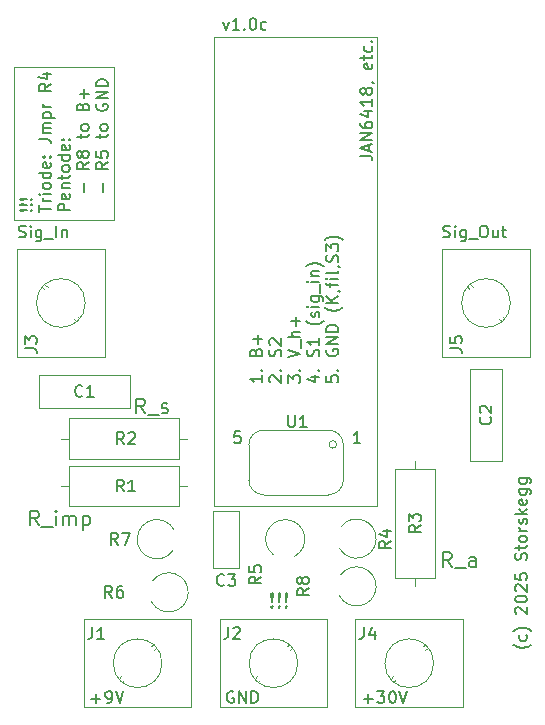
<source format=gbr>
%TF.GenerationSoftware,KiCad,Pcbnew,9.0.0*%
%TF.CreationDate,2025-03-07T15:33:46-06:00*%
%TF.ProjectId,Block-JAN6418,426c6f63-6b2d-44a4-914e-363431382e6b,rev?*%
%TF.SameCoordinates,PX3305860PY2160ec0*%
%TF.FileFunction,Legend,Top*%
%TF.FilePolarity,Positive*%
%FSLAX46Y46*%
G04 Gerber Fmt 4.6, Leading zero omitted, Abs format (unit mm)*
G04 Created by KiCad (PCBNEW 9.0.0) date 2025-03-07 15:33:46*
%MOMM*%
%LPD*%
G01*
G04 APERTURE LIST*
%ADD10C,0.100000*%
%ADD11C,0.150000*%
%ADD12C,0.120000*%
G04 APERTURE END LIST*
D10*
X500000Y-5000000D02*
X9000000Y-5000000D01*
X9000000Y-18000000D01*
X500000Y-18000000D01*
X500000Y-5000000D01*
X17500000Y-2452500D02*
X31250000Y-2452500D01*
X31250000Y-42202500D01*
X17500000Y-42202500D01*
X17500000Y-2452500D01*
D11*
X44335771Y-53932020D02*
X44288152Y-53979639D01*
X44288152Y-53979639D02*
X44145295Y-54074877D01*
X44145295Y-54074877D02*
X44050057Y-54122496D01*
X44050057Y-54122496D02*
X43907200Y-54170115D01*
X43907200Y-54170115D02*
X43669104Y-54217734D01*
X43669104Y-54217734D02*
X43478628Y-54217734D01*
X43478628Y-54217734D02*
X43240533Y-54170115D01*
X43240533Y-54170115D02*
X43097676Y-54122496D01*
X43097676Y-54122496D02*
X43002438Y-54074877D01*
X43002438Y-54074877D02*
X42859580Y-53979639D01*
X42859580Y-53979639D02*
X42811961Y-53932020D01*
X43907200Y-53122496D02*
X43954819Y-53217734D01*
X43954819Y-53217734D02*
X43954819Y-53408210D01*
X43954819Y-53408210D02*
X43907200Y-53503448D01*
X43907200Y-53503448D02*
X43859580Y-53551067D01*
X43859580Y-53551067D02*
X43764342Y-53598686D01*
X43764342Y-53598686D02*
X43478628Y-53598686D01*
X43478628Y-53598686D02*
X43383390Y-53551067D01*
X43383390Y-53551067D02*
X43335771Y-53503448D01*
X43335771Y-53503448D02*
X43288152Y-53408210D01*
X43288152Y-53408210D02*
X43288152Y-53217734D01*
X43288152Y-53217734D02*
X43335771Y-53122496D01*
X44335771Y-52789162D02*
X44288152Y-52741543D01*
X44288152Y-52741543D02*
X44145295Y-52646305D01*
X44145295Y-52646305D02*
X44050057Y-52598686D01*
X44050057Y-52598686D02*
X43907200Y-52551067D01*
X43907200Y-52551067D02*
X43669104Y-52503448D01*
X43669104Y-52503448D02*
X43478628Y-52503448D01*
X43478628Y-52503448D02*
X43240533Y-52551067D01*
X43240533Y-52551067D02*
X43097676Y-52598686D01*
X43097676Y-52598686D02*
X43002438Y-52646305D01*
X43002438Y-52646305D02*
X42859580Y-52741543D01*
X42859580Y-52741543D02*
X42811961Y-52789162D01*
X43050057Y-51312971D02*
X43002438Y-51265352D01*
X43002438Y-51265352D02*
X42954819Y-51170114D01*
X42954819Y-51170114D02*
X42954819Y-50932019D01*
X42954819Y-50932019D02*
X43002438Y-50836781D01*
X43002438Y-50836781D02*
X43050057Y-50789162D01*
X43050057Y-50789162D02*
X43145295Y-50741543D01*
X43145295Y-50741543D02*
X43240533Y-50741543D01*
X43240533Y-50741543D02*
X43383390Y-50789162D01*
X43383390Y-50789162D02*
X43954819Y-51360590D01*
X43954819Y-51360590D02*
X43954819Y-50741543D01*
X42954819Y-50122495D02*
X42954819Y-50027257D01*
X42954819Y-50027257D02*
X43002438Y-49932019D01*
X43002438Y-49932019D02*
X43050057Y-49884400D01*
X43050057Y-49884400D02*
X43145295Y-49836781D01*
X43145295Y-49836781D02*
X43335771Y-49789162D01*
X43335771Y-49789162D02*
X43573866Y-49789162D01*
X43573866Y-49789162D02*
X43764342Y-49836781D01*
X43764342Y-49836781D02*
X43859580Y-49884400D01*
X43859580Y-49884400D02*
X43907200Y-49932019D01*
X43907200Y-49932019D02*
X43954819Y-50027257D01*
X43954819Y-50027257D02*
X43954819Y-50122495D01*
X43954819Y-50122495D02*
X43907200Y-50217733D01*
X43907200Y-50217733D02*
X43859580Y-50265352D01*
X43859580Y-50265352D02*
X43764342Y-50312971D01*
X43764342Y-50312971D02*
X43573866Y-50360590D01*
X43573866Y-50360590D02*
X43335771Y-50360590D01*
X43335771Y-50360590D02*
X43145295Y-50312971D01*
X43145295Y-50312971D02*
X43050057Y-50265352D01*
X43050057Y-50265352D02*
X43002438Y-50217733D01*
X43002438Y-50217733D02*
X42954819Y-50122495D01*
X43050057Y-49408209D02*
X43002438Y-49360590D01*
X43002438Y-49360590D02*
X42954819Y-49265352D01*
X42954819Y-49265352D02*
X42954819Y-49027257D01*
X42954819Y-49027257D02*
X43002438Y-48932019D01*
X43002438Y-48932019D02*
X43050057Y-48884400D01*
X43050057Y-48884400D02*
X43145295Y-48836781D01*
X43145295Y-48836781D02*
X43240533Y-48836781D01*
X43240533Y-48836781D02*
X43383390Y-48884400D01*
X43383390Y-48884400D02*
X43954819Y-49455828D01*
X43954819Y-49455828D02*
X43954819Y-48836781D01*
X42954819Y-47932019D02*
X42954819Y-48408209D01*
X42954819Y-48408209D02*
X43431009Y-48455828D01*
X43431009Y-48455828D02*
X43383390Y-48408209D01*
X43383390Y-48408209D02*
X43335771Y-48312971D01*
X43335771Y-48312971D02*
X43335771Y-48074876D01*
X43335771Y-48074876D02*
X43383390Y-47979638D01*
X43383390Y-47979638D02*
X43431009Y-47932019D01*
X43431009Y-47932019D02*
X43526247Y-47884400D01*
X43526247Y-47884400D02*
X43764342Y-47884400D01*
X43764342Y-47884400D02*
X43859580Y-47932019D01*
X43859580Y-47932019D02*
X43907200Y-47979638D01*
X43907200Y-47979638D02*
X43954819Y-48074876D01*
X43954819Y-48074876D02*
X43954819Y-48312971D01*
X43954819Y-48312971D02*
X43907200Y-48408209D01*
X43907200Y-48408209D02*
X43859580Y-48455828D01*
X43907200Y-46741542D02*
X43954819Y-46598685D01*
X43954819Y-46598685D02*
X43954819Y-46360590D01*
X43954819Y-46360590D02*
X43907200Y-46265352D01*
X43907200Y-46265352D02*
X43859580Y-46217733D01*
X43859580Y-46217733D02*
X43764342Y-46170114D01*
X43764342Y-46170114D02*
X43669104Y-46170114D01*
X43669104Y-46170114D02*
X43573866Y-46217733D01*
X43573866Y-46217733D02*
X43526247Y-46265352D01*
X43526247Y-46265352D02*
X43478628Y-46360590D01*
X43478628Y-46360590D02*
X43431009Y-46551066D01*
X43431009Y-46551066D02*
X43383390Y-46646304D01*
X43383390Y-46646304D02*
X43335771Y-46693923D01*
X43335771Y-46693923D02*
X43240533Y-46741542D01*
X43240533Y-46741542D02*
X43145295Y-46741542D01*
X43145295Y-46741542D02*
X43050057Y-46693923D01*
X43050057Y-46693923D02*
X43002438Y-46646304D01*
X43002438Y-46646304D02*
X42954819Y-46551066D01*
X42954819Y-46551066D02*
X42954819Y-46312971D01*
X42954819Y-46312971D02*
X43002438Y-46170114D01*
X43288152Y-45884399D02*
X43288152Y-45503447D01*
X42954819Y-45741542D02*
X43811961Y-45741542D01*
X43811961Y-45741542D02*
X43907200Y-45693923D01*
X43907200Y-45693923D02*
X43954819Y-45598685D01*
X43954819Y-45598685D02*
X43954819Y-45503447D01*
X43954819Y-45027256D02*
X43907200Y-45122494D01*
X43907200Y-45122494D02*
X43859580Y-45170113D01*
X43859580Y-45170113D02*
X43764342Y-45217732D01*
X43764342Y-45217732D02*
X43478628Y-45217732D01*
X43478628Y-45217732D02*
X43383390Y-45170113D01*
X43383390Y-45170113D02*
X43335771Y-45122494D01*
X43335771Y-45122494D02*
X43288152Y-45027256D01*
X43288152Y-45027256D02*
X43288152Y-44884399D01*
X43288152Y-44884399D02*
X43335771Y-44789161D01*
X43335771Y-44789161D02*
X43383390Y-44741542D01*
X43383390Y-44741542D02*
X43478628Y-44693923D01*
X43478628Y-44693923D02*
X43764342Y-44693923D01*
X43764342Y-44693923D02*
X43859580Y-44741542D01*
X43859580Y-44741542D02*
X43907200Y-44789161D01*
X43907200Y-44789161D02*
X43954819Y-44884399D01*
X43954819Y-44884399D02*
X43954819Y-45027256D01*
X43954819Y-44265351D02*
X43288152Y-44265351D01*
X43478628Y-44265351D02*
X43383390Y-44217732D01*
X43383390Y-44217732D02*
X43335771Y-44170113D01*
X43335771Y-44170113D02*
X43288152Y-44074875D01*
X43288152Y-44074875D02*
X43288152Y-43979637D01*
X43907200Y-43693922D02*
X43954819Y-43598684D01*
X43954819Y-43598684D02*
X43954819Y-43408208D01*
X43954819Y-43408208D02*
X43907200Y-43312970D01*
X43907200Y-43312970D02*
X43811961Y-43265351D01*
X43811961Y-43265351D02*
X43764342Y-43265351D01*
X43764342Y-43265351D02*
X43669104Y-43312970D01*
X43669104Y-43312970D02*
X43621485Y-43408208D01*
X43621485Y-43408208D02*
X43621485Y-43551065D01*
X43621485Y-43551065D02*
X43573866Y-43646303D01*
X43573866Y-43646303D02*
X43478628Y-43693922D01*
X43478628Y-43693922D02*
X43431009Y-43693922D01*
X43431009Y-43693922D02*
X43335771Y-43646303D01*
X43335771Y-43646303D02*
X43288152Y-43551065D01*
X43288152Y-43551065D02*
X43288152Y-43408208D01*
X43288152Y-43408208D02*
X43335771Y-43312970D01*
X43954819Y-42836779D02*
X42954819Y-42836779D01*
X43573866Y-42741541D02*
X43954819Y-42455827D01*
X43288152Y-42455827D02*
X43669104Y-42836779D01*
X43907200Y-41646303D02*
X43954819Y-41741541D01*
X43954819Y-41741541D02*
X43954819Y-41932017D01*
X43954819Y-41932017D02*
X43907200Y-42027255D01*
X43907200Y-42027255D02*
X43811961Y-42074874D01*
X43811961Y-42074874D02*
X43431009Y-42074874D01*
X43431009Y-42074874D02*
X43335771Y-42027255D01*
X43335771Y-42027255D02*
X43288152Y-41932017D01*
X43288152Y-41932017D02*
X43288152Y-41741541D01*
X43288152Y-41741541D02*
X43335771Y-41646303D01*
X43335771Y-41646303D02*
X43431009Y-41598684D01*
X43431009Y-41598684D02*
X43526247Y-41598684D01*
X43526247Y-41598684D02*
X43621485Y-42074874D01*
X43288152Y-40741541D02*
X44097676Y-40741541D01*
X44097676Y-40741541D02*
X44192914Y-40789160D01*
X44192914Y-40789160D02*
X44240533Y-40836779D01*
X44240533Y-40836779D02*
X44288152Y-40932017D01*
X44288152Y-40932017D02*
X44288152Y-41074874D01*
X44288152Y-41074874D02*
X44240533Y-41170112D01*
X43907200Y-40741541D02*
X43954819Y-40836779D01*
X43954819Y-40836779D02*
X43954819Y-41027255D01*
X43954819Y-41027255D02*
X43907200Y-41122493D01*
X43907200Y-41122493D02*
X43859580Y-41170112D01*
X43859580Y-41170112D02*
X43764342Y-41217731D01*
X43764342Y-41217731D02*
X43478628Y-41217731D01*
X43478628Y-41217731D02*
X43383390Y-41170112D01*
X43383390Y-41170112D02*
X43335771Y-41122493D01*
X43335771Y-41122493D02*
X43288152Y-41027255D01*
X43288152Y-41027255D02*
X43288152Y-40836779D01*
X43288152Y-40836779D02*
X43335771Y-40741541D01*
X43288152Y-39836779D02*
X44097676Y-39836779D01*
X44097676Y-39836779D02*
X44192914Y-39884398D01*
X44192914Y-39884398D02*
X44240533Y-39932017D01*
X44240533Y-39932017D02*
X44288152Y-40027255D01*
X44288152Y-40027255D02*
X44288152Y-40170112D01*
X44288152Y-40170112D02*
X44240533Y-40265350D01*
X43907200Y-39836779D02*
X43954819Y-39932017D01*
X43954819Y-39932017D02*
X43954819Y-40122493D01*
X43954819Y-40122493D02*
X43907200Y-40217731D01*
X43907200Y-40217731D02*
X43859580Y-40265350D01*
X43859580Y-40265350D02*
X43764342Y-40312969D01*
X43764342Y-40312969D02*
X43478628Y-40312969D01*
X43478628Y-40312969D02*
X43383390Y-40265350D01*
X43383390Y-40265350D02*
X43335771Y-40217731D01*
X43335771Y-40217731D02*
X43288152Y-40122493D01*
X43288152Y-40122493D02*
X43288152Y-39932017D01*
X43288152Y-39932017D02*
X43335771Y-39836779D01*
X18241541Y-1203152D02*
X18479636Y-1869819D01*
X18479636Y-1869819D02*
X18717731Y-1203152D01*
X19622493Y-1869819D02*
X19051065Y-1869819D01*
X19336779Y-1869819D02*
X19336779Y-869819D01*
X19336779Y-869819D02*
X19241541Y-1012676D01*
X19241541Y-1012676D02*
X19146303Y-1107914D01*
X19146303Y-1107914D02*
X19051065Y-1155533D01*
X20051065Y-1774580D02*
X20098684Y-1822200D01*
X20098684Y-1822200D02*
X20051065Y-1869819D01*
X20051065Y-1869819D02*
X20003446Y-1822200D01*
X20003446Y-1822200D02*
X20051065Y-1774580D01*
X20051065Y-1774580D02*
X20051065Y-1869819D01*
X20717731Y-869819D02*
X20812969Y-869819D01*
X20812969Y-869819D02*
X20908207Y-917438D01*
X20908207Y-917438D02*
X20955826Y-965057D01*
X20955826Y-965057D02*
X21003445Y-1060295D01*
X21003445Y-1060295D02*
X21051064Y-1250771D01*
X21051064Y-1250771D02*
X21051064Y-1488866D01*
X21051064Y-1488866D02*
X21003445Y-1679342D01*
X21003445Y-1679342D02*
X20955826Y-1774580D01*
X20955826Y-1774580D02*
X20908207Y-1822200D01*
X20908207Y-1822200D02*
X20812969Y-1869819D01*
X20812969Y-1869819D02*
X20717731Y-1869819D01*
X20717731Y-1869819D02*
X20622493Y-1822200D01*
X20622493Y-1822200D02*
X20574874Y-1774580D01*
X20574874Y-1774580D02*
X20527255Y-1679342D01*
X20527255Y-1679342D02*
X20479636Y-1488866D01*
X20479636Y-1488866D02*
X20479636Y-1250771D01*
X20479636Y-1250771D02*
X20527255Y-1060295D01*
X20527255Y-1060295D02*
X20574874Y-965057D01*
X20574874Y-965057D02*
X20622493Y-917438D01*
X20622493Y-917438D02*
X20717731Y-869819D01*
X21908207Y-1822200D02*
X21812969Y-1869819D01*
X21812969Y-1869819D02*
X21622493Y-1869819D01*
X21622493Y-1869819D02*
X21527255Y-1822200D01*
X21527255Y-1822200D02*
X21479636Y-1774580D01*
X21479636Y-1774580D02*
X21432017Y-1679342D01*
X21432017Y-1679342D02*
X21432017Y-1393628D01*
X21432017Y-1393628D02*
X21479636Y-1298390D01*
X21479636Y-1298390D02*
X21527255Y-1250771D01*
X21527255Y-1250771D02*
X21622493Y-1203152D01*
X21622493Y-1203152D02*
X21812969Y-1203152D01*
X21812969Y-1203152D02*
X21908207Y-1250771D01*
X36880952Y-19407200D02*
X37023809Y-19454819D01*
X37023809Y-19454819D02*
X37261904Y-19454819D01*
X37261904Y-19454819D02*
X37357142Y-19407200D01*
X37357142Y-19407200D02*
X37404761Y-19359580D01*
X37404761Y-19359580D02*
X37452380Y-19264342D01*
X37452380Y-19264342D02*
X37452380Y-19169104D01*
X37452380Y-19169104D02*
X37404761Y-19073866D01*
X37404761Y-19073866D02*
X37357142Y-19026247D01*
X37357142Y-19026247D02*
X37261904Y-18978628D01*
X37261904Y-18978628D02*
X37071428Y-18931009D01*
X37071428Y-18931009D02*
X36976190Y-18883390D01*
X36976190Y-18883390D02*
X36928571Y-18835771D01*
X36928571Y-18835771D02*
X36880952Y-18740533D01*
X36880952Y-18740533D02*
X36880952Y-18645295D01*
X36880952Y-18645295D02*
X36928571Y-18550057D01*
X36928571Y-18550057D02*
X36976190Y-18502438D01*
X36976190Y-18502438D02*
X37071428Y-18454819D01*
X37071428Y-18454819D02*
X37309523Y-18454819D01*
X37309523Y-18454819D02*
X37452380Y-18502438D01*
X37880952Y-19454819D02*
X37880952Y-18788152D01*
X37880952Y-18454819D02*
X37833333Y-18502438D01*
X37833333Y-18502438D02*
X37880952Y-18550057D01*
X37880952Y-18550057D02*
X37928571Y-18502438D01*
X37928571Y-18502438D02*
X37880952Y-18454819D01*
X37880952Y-18454819D02*
X37880952Y-18550057D01*
X38785713Y-18788152D02*
X38785713Y-19597676D01*
X38785713Y-19597676D02*
X38738094Y-19692914D01*
X38738094Y-19692914D02*
X38690475Y-19740533D01*
X38690475Y-19740533D02*
X38595237Y-19788152D01*
X38595237Y-19788152D02*
X38452380Y-19788152D01*
X38452380Y-19788152D02*
X38357142Y-19740533D01*
X38785713Y-19407200D02*
X38690475Y-19454819D01*
X38690475Y-19454819D02*
X38499999Y-19454819D01*
X38499999Y-19454819D02*
X38404761Y-19407200D01*
X38404761Y-19407200D02*
X38357142Y-19359580D01*
X38357142Y-19359580D02*
X38309523Y-19264342D01*
X38309523Y-19264342D02*
X38309523Y-18978628D01*
X38309523Y-18978628D02*
X38357142Y-18883390D01*
X38357142Y-18883390D02*
X38404761Y-18835771D01*
X38404761Y-18835771D02*
X38499999Y-18788152D01*
X38499999Y-18788152D02*
X38690475Y-18788152D01*
X38690475Y-18788152D02*
X38785713Y-18835771D01*
X39023809Y-19550057D02*
X39785713Y-19550057D01*
X40214285Y-18454819D02*
X40404761Y-18454819D01*
X40404761Y-18454819D02*
X40499999Y-18502438D01*
X40499999Y-18502438D02*
X40595237Y-18597676D01*
X40595237Y-18597676D02*
X40642856Y-18788152D01*
X40642856Y-18788152D02*
X40642856Y-19121485D01*
X40642856Y-19121485D02*
X40595237Y-19311961D01*
X40595237Y-19311961D02*
X40499999Y-19407200D01*
X40499999Y-19407200D02*
X40404761Y-19454819D01*
X40404761Y-19454819D02*
X40214285Y-19454819D01*
X40214285Y-19454819D02*
X40119047Y-19407200D01*
X40119047Y-19407200D02*
X40023809Y-19311961D01*
X40023809Y-19311961D02*
X39976190Y-19121485D01*
X39976190Y-19121485D02*
X39976190Y-18788152D01*
X39976190Y-18788152D02*
X40023809Y-18597676D01*
X40023809Y-18597676D02*
X40119047Y-18502438D01*
X40119047Y-18502438D02*
X40214285Y-18454819D01*
X41499999Y-18788152D02*
X41499999Y-19454819D01*
X41071428Y-18788152D02*
X41071428Y-19311961D01*
X41071428Y-19311961D02*
X41119047Y-19407200D01*
X41119047Y-19407200D02*
X41214285Y-19454819D01*
X41214285Y-19454819D02*
X41357142Y-19454819D01*
X41357142Y-19454819D02*
X41452380Y-19407200D01*
X41452380Y-19407200D02*
X41499999Y-19359580D01*
X41833333Y-18788152D02*
X42214285Y-18788152D01*
X41976190Y-18454819D02*
X41976190Y-19311961D01*
X41976190Y-19311961D02*
X42023809Y-19407200D01*
X42023809Y-19407200D02*
X42119047Y-19454819D01*
X42119047Y-19454819D02*
X42214285Y-19454819D01*
X7091792Y-58488866D02*
X7853697Y-58488866D01*
X7472744Y-58869819D02*
X7472744Y-58107914D01*
X8377506Y-58869819D02*
X8567982Y-58869819D01*
X8567982Y-58869819D02*
X8663220Y-58822200D01*
X8663220Y-58822200D02*
X8710839Y-58774580D01*
X8710839Y-58774580D02*
X8806077Y-58631723D01*
X8806077Y-58631723D02*
X8853696Y-58441247D01*
X8853696Y-58441247D02*
X8853696Y-58060295D01*
X8853696Y-58060295D02*
X8806077Y-57965057D01*
X8806077Y-57965057D02*
X8758458Y-57917438D01*
X8758458Y-57917438D02*
X8663220Y-57869819D01*
X8663220Y-57869819D02*
X8472744Y-57869819D01*
X8472744Y-57869819D02*
X8377506Y-57917438D01*
X8377506Y-57917438D02*
X8329887Y-57965057D01*
X8329887Y-57965057D02*
X8282268Y-58060295D01*
X8282268Y-58060295D02*
X8282268Y-58298390D01*
X8282268Y-58298390D02*
X8329887Y-58393628D01*
X8329887Y-58393628D02*
X8377506Y-58441247D01*
X8377506Y-58441247D02*
X8472744Y-58488866D01*
X8472744Y-58488866D02*
X8663220Y-58488866D01*
X8663220Y-58488866D02*
X8758458Y-58441247D01*
X8758458Y-58441247D02*
X8806077Y-58393628D01*
X8806077Y-58393628D02*
X8853696Y-58298390D01*
X9139411Y-57869819D02*
X9472744Y-58869819D01*
X9472744Y-58869819D02*
X9806077Y-57869819D01*
X2610588Y-43839223D02*
X2193922Y-43243985D01*
X1896303Y-43839223D02*
X1896303Y-42589223D01*
X1896303Y-42589223D02*
X2372493Y-42589223D01*
X2372493Y-42589223D02*
X2491541Y-42648747D01*
X2491541Y-42648747D02*
X2551064Y-42708271D01*
X2551064Y-42708271D02*
X2610588Y-42827319D01*
X2610588Y-42827319D02*
X2610588Y-43005890D01*
X2610588Y-43005890D02*
X2551064Y-43124938D01*
X2551064Y-43124938D02*
X2491541Y-43184461D01*
X2491541Y-43184461D02*
X2372493Y-43243985D01*
X2372493Y-43243985D02*
X1896303Y-43243985D01*
X2848684Y-43958271D02*
X3801064Y-43958271D01*
X4098684Y-43839223D02*
X4098684Y-43005890D01*
X4098684Y-42589223D02*
X4039160Y-42648747D01*
X4039160Y-42648747D02*
X4098684Y-42708271D01*
X4098684Y-42708271D02*
X4158207Y-42648747D01*
X4158207Y-42648747D02*
X4098684Y-42589223D01*
X4098684Y-42589223D02*
X4098684Y-42708271D01*
X4693922Y-43839223D02*
X4693922Y-43005890D01*
X4693922Y-43124938D02*
X4753445Y-43065414D01*
X4753445Y-43065414D02*
X4872493Y-43005890D01*
X4872493Y-43005890D02*
X5051064Y-43005890D01*
X5051064Y-43005890D02*
X5170112Y-43065414D01*
X5170112Y-43065414D02*
X5229636Y-43184461D01*
X5229636Y-43184461D02*
X5229636Y-43839223D01*
X5229636Y-43184461D02*
X5289160Y-43065414D01*
X5289160Y-43065414D02*
X5408207Y-43005890D01*
X5408207Y-43005890D02*
X5586779Y-43005890D01*
X5586779Y-43005890D02*
X5705826Y-43065414D01*
X5705826Y-43065414D02*
X5765350Y-43184461D01*
X5765350Y-43184461D02*
X5765350Y-43839223D01*
X6360589Y-43005890D02*
X6360589Y-44255890D01*
X6360589Y-43065414D02*
X6479636Y-43005890D01*
X6479636Y-43005890D02*
X6717731Y-43005890D01*
X6717731Y-43005890D02*
X6836779Y-43065414D01*
X6836779Y-43065414D02*
X6896303Y-43124938D01*
X6896303Y-43124938D02*
X6955827Y-43243985D01*
X6955827Y-43243985D02*
X6955827Y-43601128D01*
X6955827Y-43601128D02*
X6896303Y-43720176D01*
X6896303Y-43720176D02*
X6836779Y-43779700D01*
X6836779Y-43779700D02*
X6717731Y-43839223D01*
X6717731Y-43839223D02*
X6479636Y-43839223D01*
X6479636Y-43839223D02*
X6360589Y-43779700D01*
X1944580Y-17163220D02*
X1992200Y-17115601D01*
X1992200Y-17115601D02*
X2039819Y-17163220D01*
X2039819Y-17163220D02*
X1992200Y-17210839D01*
X1992200Y-17210839D02*
X1944580Y-17163220D01*
X1944580Y-17163220D02*
X2039819Y-17163220D01*
X1658866Y-17163220D02*
X1087438Y-17210839D01*
X1087438Y-17210839D02*
X1039819Y-17163220D01*
X1039819Y-17163220D02*
X1087438Y-17115601D01*
X1087438Y-17115601D02*
X1658866Y-17163220D01*
X1658866Y-17163220D02*
X1039819Y-17163220D01*
X1944580Y-16687030D02*
X1992200Y-16639411D01*
X1992200Y-16639411D02*
X2039819Y-16687030D01*
X2039819Y-16687030D02*
X1992200Y-16734649D01*
X1992200Y-16734649D02*
X1944580Y-16687030D01*
X1944580Y-16687030D02*
X2039819Y-16687030D01*
X1658866Y-16687030D02*
X1087438Y-16734649D01*
X1087438Y-16734649D02*
X1039819Y-16687030D01*
X1039819Y-16687030D02*
X1087438Y-16639411D01*
X1087438Y-16639411D02*
X1658866Y-16687030D01*
X1658866Y-16687030D02*
X1039819Y-16687030D01*
X1944580Y-16210840D02*
X1992200Y-16163221D01*
X1992200Y-16163221D02*
X2039819Y-16210840D01*
X2039819Y-16210840D02*
X1992200Y-16258459D01*
X1992200Y-16258459D02*
X1944580Y-16210840D01*
X1944580Y-16210840D02*
X2039819Y-16210840D01*
X1658866Y-16210840D02*
X1087438Y-16258459D01*
X1087438Y-16258459D02*
X1039819Y-16210840D01*
X1039819Y-16210840D02*
X1087438Y-16163221D01*
X1087438Y-16163221D02*
X1658866Y-16210840D01*
X1658866Y-16210840D02*
X1039819Y-16210840D01*
X2649763Y-17306077D02*
X2649763Y-16734649D01*
X3649763Y-17020363D02*
X2649763Y-17020363D01*
X3649763Y-16401315D02*
X2983096Y-16401315D01*
X3173572Y-16401315D02*
X3078334Y-16353696D01*
X3078334Y-16353696D02*
X3030715Y-16306077D01*
X3030715Y-16306077D02*
X2983096Y-16210839D01*
X2983096Y-16210839D02*
X2983096Y-16115601D01*
X3649763Y-15782267D02*
X2983096Y-15782267D01*
X2649763Y-15782267D02*
X2697382Y-15829886D01*
X2697382Y-15829886D02*
X2745001Y-15782267D01*
X2745001Y-15782267D02*
X2697382Y-15734648D01*
X2697382Y-15734648D02*
X2649763Y-15782267D01*
X2649763Y-15782267D02*
X2745001Y-15782267D01*
X3649763Y-15163220D02*
X3602144Y-15258458D01*
X3602144Y-15258458D02*
X3554524Y-15306077D01*
X3554524Y-15306077D02*
X3459286Y-15353696D01*
X3459286Y-15353696D02*
X3173572Y-15353696D01*
X3173572Y-15353696D02*
X3078334Y-15306077D01*
X3078334Y-15306077D02*
X3030715Y-15258458D01*
X3030715Y-15258458D02*
X2983096Y-15163220D01*
X2983096Y-15163220D02*
X2983096Y-15020363D01*
X2983096Y-15020363D02*
X3030715Y-14925125D01*
X3030715Y-14925125D02*
X3078334Y-14877506D01*
X3078334Y-14877506D02*
X3173572Y-14829887D01*
X3173572Y-14829887D02*
X3459286Y-14829887D01*
X3459286Y-14829887D02*
X3554524Y-14877506D01*
X3554524Y-14877506D02*
X3602144Y-14925125D01*
X3602144Y-14925125D02*
X3649763Y-15020363D01*
X3649763Y-15020363D02*
X3649763Y-15163220D01*
X3649763Y-13972744D02*
X2649763Y-13972744D01*
X3602144Y-13972744D02*
X3649763Y-14067982D01*
X3649763Y-14067982D02*
X3649763Y-14258458D01*
X3649763Y-14258458D02*
X3602144Y-14353696D01*
X3602144Y-14353696D02*
X3554524Y-14401315D01*
X3554524Y-14401315D02*
X3459286Y-14448934D01*
X3459286Y-14448934D02*
X3173572Y-14448934D01*
X3173572Y-14448934D02*
X3078334Y-14401315D01*
X3078334Y-14401315D02*
X3030715Y-14353696D01*
X3030715Y-14353696D02*
X2983096Y-14258458D01*
X2983096Y-14258458D02*
X2983096Y-14067982D01*
X2983096Y-14067982D02*
X3030715Y-13972744D01*
X3602144Y-13115601D02*
X3649763Y-13210839D01*
X3649763Y-13210839D02*
X3649763Y-13401315D01*
X3649763Y-13401315D02*
X3602144Y-13496553D01*
X3602144Y-13496553D02*
X3506905Y-13544172D01*
X3506905Y-13544172D02*
X3125953Y-13544172D01*
X3125953Y-13544172D02*
X3030715Y-13496553D01*
X3030715Y-13496553D02*
X2983096Y-13401315D01*
X2983096Y-13401315D02*
X2983096Y-13210839D01*
X2983096Y-13210839D02*
X3030715Y-13115601D01*
X3030715Y-13115601D02*
X3125953Y-13067982D01*
X3125953Y-13067982D02*
X3221191Y-13067982D01*
X3221191Y-13067982D02*
X3316429Y-13544172D01*
X3554524Y-12639410D02*
X3602144Y-12591791D01*
X3602144Y-12591791D02*
X3649763Y-12639410D01*
X3649763Y-12639410D02*
X3602144Y-12687029D01*
X3602144Y-12687029D02*
X3554524Y-12639410D01*
X3554524Y-12639410D02*
X3649763Y-12639410D01*
X3030715Y-12639410D02*
X3078334Y-12591791D01*
X3078334Y-12591791D02*
X3125953Y-12639410D01*
X3125953Y-12639410D02*
X3078334Y-12687029D01*
X3078334Y-12687029D02*
X3030715Y-12639410D01*
X3030715Y-12639410D02*
X3125953Y-12639410D01*
X2649763Y-11115601D02*
X3364048Y-11115601D01*
X3364048Y-11115601D02*
X3506905Y-11163220D01*
X3506905Y-11163220D02*
X3602144Y-11258458D01*
X3602144Y-11258458D02*
X3649763Y-11401315D01*
X3649763Y-11401315D02*
X3649763Y-11496553D01*
X3649763Y-10639410D02*
X2983096Y-10639410D01*
X3078334Y-10639410D02*
X3030715Y-10591791D01*
X3030715Y-10591791D02*
X2983096Y-10496553D01*
X2983096Y-10496553D02*
X2983096Y-10353696D01*
X2983096Y-10353696D02*
X3030715Y-10258458D01*
X3030715Y-10258458D02*
X3125953Y-10210839D01*
X3125953Y-10210839D02*
X3649763Y-10210839D01*
X3125953Y-10210839D02*
X3030715Y-10163220D01*
X3030715Y-10163220D02*
X2983096Y-10067982D01*
X2983096Y-10067982D02*
X2983096Y-9925125D01*
X2983096Y-9925125D02*
X3030715Y-9829886D01*
X3030715Y-9829886D02*
X3125953Y-9782267D01*
X3125953Y-9782267D02*
X3649763Y-9782267D01*
X2983096Y-9306077D02*
X3983096Y-9306077D01*
X3030715Y-9306077D02*
X2983096Y-9210839D01*
X2983096Y-9210839D02*
X2983096Y-9020363D01*
X2983096Y-9020363D02*
X3030715Y-8925125D01*
X3030715Y-8925125D02*
X3078334Y-8877506D01*
X3078334Y-8877506D02*
X3173572Y-8829887D01*
X3173572Y-8829887D02*
X3459286Y-8829887D01*
X3459286Y-8829887D02*
X3554524Y-8877506D01*
X3554524Y-8877506D02*
X3602144Y-8925125D01*
X3602144Y-8925125D02*
X3649763Y-9020363D01*
X3649763Y-9020363D02*
X3649763Y-9210839D01*
X3649763Y-9210839D02*
X3602144Y-9306077D01*
X3649763Y-8401315D02*
X2983096Y-8401315D01*
X3173572Y-8401315D02*
X3078334Y-8353696D01*
X3078334Y-8353696D02*
X3030715Y-8306077D01*
X3030715Y-8306077D02*
X2983096Y-8210839D01*
X2983096Y-8210839D02*
X2983096Y-8115601D01*
X3649763Y-6448934D02*
X3173572Y-6782267D01*
X3649763Y-7020362D02*
X2649763Y-7020362D01*
X2649763Y-7020362D02*
X2649763Y-6639410D01*
X2649763Y-6639410D02*
X2697382Y-6544172D01*
X2697382Y-6544172D02*
X2745001Y-6496553D01*
X2745001Y-6496553D02*
X2840239Y-6448934D01*
X2840239Y-6448934D02*
X2983096Y-6448934D01*
X2983096Y-6448934D02*
X3078334Y-6496553D01*
X3078334Y-6496553D02*
X3125953Y-6544172D01*
X3125953Y-6544172D02*
X3173572Y-6639410D01*
X3173572Y-6639410D02*
X3173572Y-7020362D01*
X2983096Y-5591791D02*
X3649763Y-5591791D01*
X2602144Y-5829886D02*
X3316429Y-6067981D01*
X3316429Y-6067981D02*
X3316429Y-5448934D01*
X5259707Y-17163220D02*
X4259707Y-17163220D01*
X4259707Y-17163220D02*
X4259707Y-16782268D01*
X4259707Y-16782268D02*
X4307326Y-16687030D01*
X4307326Y-16687030D02*
X4354945Y-16639411D01*
X4354945Y-16639411D02*
X4450183Y-16591792D01*
X4450183Y-16591792D02*
X4593040Y-16591792D01*
X4593040Y-16591792D02*
X4688278Y-16639411D01*
X4688278Y-16639411D02*
X4735897Y-16687030D01*
X4735897Y-16687030D02*
X4783516Y-16782268D01*
X4783516Y-16782268D02*
X4783516Y-17163220D01*
X5212088Y-15782268D02*
X5259707Y-15877506D01*
X5259707Y-15877506D02*
X5259707Y-16067982D01*
X5259707Y-16067982D02*
X5212088Y-16163220D01*
X5212088Y-16163220D02*
X5116849Y-16210839D01*
X5116849Y-16210839D02*
X4735897Y-16210839D01*
X4735897Y-16210839D02*
X4640659Y-16163220D01*
X4640659Y-16163220D02*
X4593040Y-16067982D01*
X4593040Y-16067982D02*
X4593040Y-15877506D01*
X4593040Y-15877506D02*
X4640659Y-15782268D01*
X4640659Y-15782268D02*
X4735897Y-15734649D01*
X4735897Y-15734649D02*
X4831135Y-15734649D01*
X4831135Y-15734649D02*
X4926373Y-16210839D01*
X4593040Y-15306077D02*
X5259707Y-15306077D01*
X4688278Y-15306077D02*
X4640659Y-15258458D01*
X4640659Y-15258458D02*
X4593040Y-15163220D01*
X4593040Y-15163220D02*
X4593040Y-15020363D01*
X4593040Y-15020363D02*
X4640659Y-14925125D01*
X4640659Y-14925125D02*
X4735897Y-14877506D01*
X4735897Y-14877506D02*
X5259707Y-14877506D01*
X4593040Y-14544172D02*
X4593040Y-14163220D01*
X4259707Y-14401315D02*
X5116849Y-14401315D01*
X5116849Y-14401315D02*
X5212088Y-14353696D01*
X5212088Y-14353696D02*
X5259707Y-14258458D01*
X5259707Y-14258458D02*
X5259707Y-14163220D01*
X5259707Y-13687029D02*
X5212088Y-13782267D01*
X5212088Y-13782267D02*
X5164468Y-13829886D01*
X5164468Y-13829886D02*
X5069230Y-13877505D01*
X5069230Y-13877505D02*
X4783516Y-13877505D01*
X4783516Y-13877505D02*
X4688278Y-13829886D01*
X4688278Y-13829886D02*
X4640659Y-13782267D01*
X4640659Y-13782267D02*
X4593040Y-13687029D01*
X4593040Y-13687029D02*
X4593040Y-13544172D01*
X4593040Y-13544172D02*
X4640659Y-13448934D01*
X4640659Y-13448934D02*
X4688278Y-13401315D01*
X4688278Y-13401315D02*
X4783516Y-13353696D01*
X4783516Y-13353696D02*
X5069230Y-13353696D01*
X5069230Y-13353696D02*
X5164468Y-13401315D01*
X5164468Y-13401315D02*
X5212088Y-13448934D01*
X5212088Y-13448934D02*
X5259707Y-13544172D01*
X5259707Y-13544172D02*
X5259707Y-13687029D01*
X5259707Y-12496553D02*
X4259707Y-12496553D01*
X5212088Y-12496553D02*
X5259707Y-12591791D01*
X5259707Y-12591791D02*
X5259707Y-12782267D01*
X5259707Y-12782267D02*
X5212088Y-12877505D01*
X5212088Y-12877505D02*
X5164468Y-12925124D01*
X5164468Y-12925124D02*
X5069230Y-12972743D01*
X5069230Y-12972743D02*
X4783516Y-12972743D01*
X4783516Y-12972743D02*
X4688278Y-12925124D01*
X4688278Y-12925124D02*
X4640659Y-12877505D01*
X4640659Y-12877505D02*
X4593040Y-12782267D01*
X4593040Y-12782267D02*
X4593040Y-12591791D01*
X4593040Y-12591791D02*
X4640659Y-12496553D01*
X5212088Y-11639410D02*
X5259707Y-11734648D01*
X5259707Y-11734648D02*
X5259707Y-11925124D01*
X5259707Y-11925124D02*
X5212088Y-12020362D01*
X5212088Y-12020362D02*
X5116849Y-12067981D01*
X5116849Y-12067981D02*
X4735897Y-12067981D01*
X4735897Y-12067981D02*
X4640659Y-12020362D01*
X4640659Y-12020362D02*
X4593040Y-11925124D01*
X4593040Y-11925124D02*
X4593040Y-11734648D01*
X4593040Y-11734648D02*
X4640659Y-11639410D01*
X4640659Y-11639410D02*
X4735897Y-11591791D01*
X4735897Y-11591791D02*
X4831135Y-11591791D01*
X4831135Y-11591791D02*
X4926373Y-12067981D01*
X5164468Y-11163219D02*
X5212088Y-11115600D01*
X5212088Y-11115600D02*
X5259707Y-11163219D01*
X5259707Y-11163219D02*
X5212088Y-11210838D01*
X5212088Y-11210838D02*
X5164468Y-11163219D01*
X5164468Y-11163219D02*
X5259707Y-11163219D01*
X4640659Y-11163219D02*
X4688278Y-11115600D01*
X4688278Y-11115600D02*
X4735897Y-11163219D01*
X4735897Y-11163219D02*
X4688278Y-11210838D01*
X4688278Y-11210838D02*
X4640659Y-11163219D01*
X4640659Y-11163219D02*
X4735897Y-11163219D01*
X6488698Y-15639410D02*
X6488698Y-14877506D01*
X6869651Y-13067982D02*
X6393460Y-13401315D01*
X6869651Y-13639410D02*
X5869651Y-13639410D01*
X5869651Y-13639410D02*
X5869651Y-13258458D01*
X5869651Y-13258458D02*
X5917270Y-13163220D01*
X5917270Y-13163220D02*
X5964889Y-13115601D01*
X5964889Y-13115601D02*
X6060127Y-13067982D01*
X6060127Y-13067982D02*
X6202984Y-13067982D01*
X6202984Y-13067982D02*
X6298222Y-13115601D01*
X6298222Y-13115601D02*
X6345841Y-13163220D01*
X6345841Y-13163220D02*
X6393460Y-13258458D01*
X6393460Y-13258458D02*
X6393460Y-13639410D01*
X6298222Y-12496553D02*
X6250603Y-12591791D01*
X6250603Y-12591791D02*
X6202984Y-12639410D01*
X6202984Y-12639410D02*
X6107746Y-12687029D01*
X6107746Y-12687029D02*
X6060127Y-12687029D01*
X6060127Y-12687029D02*
X5964889Y-12639410D01*
X5964889Y-12639410D02*
X5917270Y-12591791D01*
X5917270Y-12591791D02*
X5869651Y-12496553D01*
X5869651Y-12496553D02*
X5869651Y-12306077D01*
X5869651Y-12306077D02*
X5917270Y-12210839D01*
X5917270Y-12210839D02*
X5964889Y-12163220D01*
X5964889Y-12163220D02*
X6060127Y-12115601D01*
X6060127Y-12115601D02*
X6107746Y-12115601D01*
X6107746Y-12115601D02*
X6202984Y-12163220D01*
X6202984Y-12163220D02*
X6250603Y-12210839D01*
X6250603Y-12210839D02*
X6298222Y-12306077D01*
X6298222Y-12306077D02*
X6298222Y-12496553D01*
X6298222Y-12496553D02*
X6345841Y-12591791D01*
X6345841Y-12591791D02*
X6393460Y-12639410D01*
X6393460Y-12639410D02*
X6488698Y-12687029D01*
X6488698Y-12687029D02*
X6679174Y-12687029D01*
X6679174Y-12687029D02*
X6774412Y-12639410D01*
X6774412Y-12639410D02*
X6822032Y-12591791D01*
X6822032Y-12591791D02*
X6869651Y-12496553D01*
X6869651Y-12496553D02*
X6869651Y-12306077D01*
X6869651Y-12306077D02*
X6822032Y-12210839D01*
X6822032Y-12210839D02*
X6774412Y-12163220D01*
X6774412Y-12163220D02*
X6679174Y-12115601D01*
X6679174Y-12115601D02*
X6488698Y-12115601D01*
X6488698Y-12115601D02*
X6393460Y-12163220D01*
X6393460Y-12163220D02*
X6345841Y-12210839D01*
X6345841Y-12210839D02*
X6298222Y-12306077D01*
X6202984Y-11067981D02*
X6202984Y-10687029D01*
X5869651Y-10925124D02*
X6726793Y-10925124D01*
X6726793Y-10925124D02*
X6822032Y-10877505D01*
X6822032Y-10877505D02*
X6869651Y-10782267D01*
X6869651Y-10782267D02*
X6869651Y-10687029D01*
X6869651Y-10210838D02*
X6822032Y-10306076D01*
X6822032Y-10306076D02*
X6774412Y-10353695D01*
X6774412Y-10353695D02*
X6679174Y-10401314D01*
X6679174Y-10401314D02*
X6393460Y-10401314D01*
X6393460Y-10401314D02*
X6298222Y-10353695D01*
X6298222Y-10353695D02*
X6250603Y-10306076D01*
X6250603Y-10306076D02*
X6202984Y-10210838D01*
X6202984Y-10210838D02*
X6202984Y-10067981D01*
X6202984Y-10067981D02*
X6250603Y-9972743D01*
X6250603Y-9972743D02*
X6298222Y-9925124D01*
X6298222Y-9925124D02*
X6393460Y-9877505D01*
X6393460Y-9877505D02*
X6679174Y-9877505D01*
X6679174Y-9877505D02*
X6774412Y-9925124D01*
X6774412Y-9925124D02*
X6822032Y-9972743D01*
X6822032Y-9972743D02*
X6869651Y-10067981D01*
X6869651Y-10067981D02*
X6869651Y-10210838D01*
X6345841Y-8353695D02*
X6393460Y-8210838D01*
X6393460Y-8210838D02*
X6441079Y-8163219D01*
X6441079Y-8163219D02*
X6536317Y-8115600D01*
X6536317Y-8115600D02*
X6679174Y-8115600D01*
X6679174Y-8115600D02*
X6774412Y-8163219D01*
X6774412Y-8163219D02*
X6822032Y-8210838D01*
X6822032Y-8210838D02*
X6869651Y-8306076D01*
X6869651Y-8306076D02*
X6869651Y-8687028D01*
X6869651Y-8687028D02*
X5869651Y-8687028D01*
X5869651Y-8687028D02*
X5869651Y-8353695D01*
X5869651Y-8353695D02*
X5917270Y-8258457D01*
X5917270Y-8258457D02*
X5964889Y-8210838D01*
X5964889Y-8210838D02*
X6060127Y-8163219D01*
X6060127Y-8163219D02*
X6155365Y-8163219D01*
X6155365Y-8163219D02*
X6250603Y-8210838D01*
X6250603Y-8210838D02*
X6298222Y-8258457D01*
X6298222Y-8258457D02*
X6345841Y-8353695D01*
X6345841Y-8353695D02*
X6345841Y-8687028D01*
X6488698Y-7687028D02*
X6488698Y-6925124D01*
X6869651Y-7306076D02*
X6107746Y-7306076D01*
X8098642Y-15639410D02*
X8098642Y-14877506D01*
X8479595Y-13067982D02*
X8003404Y-13401315D01*
X8479595Y-13639410D02*
X7479595Y-13639410D01*
X7479595Y-13639410D02*
X7479595Y-13258458D01*
X7479595Y-13258458D02*
X7527214Y-13163220D01*
X7527214Y-13163220D02*
X7574833Y-13115601D01*
X7574833Y-13115601D02*
X7670071Y-13067982D01*
X7670071Y-13067982D02*
X7812928Y-13067982D01*
X7812928Y-13067982D02*
X7908166Y-13115601D01*
X7908166Y-13115601D02*
X7955785Y-13163220D01*
X7955785Y-13163220D02*
X8003404Y-13258458D01*
X8003404Y-13258458D02*
X8003404Y-13639410D01*
X7479595Y-12163220D02*
X7479595Y-12639410D01*
X7479595Y-12639410D02*
X7955785Y-12687029D01*
X7955785Y-12687029D02*
X7908166Y-12639410D01*
X7908166Y-12639410D02*
X7860547Y-12544172D01*
X7860547Y-12544172D02*
X7860547Y-12306077D01*
X7860547Y-12306077D02*
X7908166Y-12210839D01*
X7908166Y-12210839D02*
X7955785Y-12163220D01*
X7955785Y-12163220D02*
X8051023Y-12115601D01*
X8051023Y-12115601D02*
X8289118Y-12115601D01*
X8289118Y-12115601D02*
X8384356Y-12163220D01*
X8384356Y-12163220D02*
X8431976Y-12210839D01*
X8431976Y-12210839D02*
X8479595Y-12306077D01*
X8479595Y-12306077D02*
X8479595Y-12544172D01*
X8479595Y-12544172D02*
X8431976Y-12639410D01*
X8431976Y-12639410D02*
X8384356Y-12687029D01*
X7812928Y-11067981D02*
X7812928Y-10687029D01*
X7479595Y-10925124D02*
X8336737Y-10925124D01*
X8336737Y-10925124D02*
X8431976Y-10877505D01*
X8431976Y-10877505D02*
X8479595Y-10782267D01*
X8479595Y-10782267D02*
X8479595Y-10687029D01*
X8479595Y-10210838D02*
X8431976Y-10306076D01*
X8431976Y-10306076D02*
X8384356Y-10353695D01*
X8384356Y-10353695D02*
X8289118Y-10401314D01*
X8289118Y-10401314D02*
X8003404Y-10401314D01*
X8003404Y-10401314D02*
X7908166Y-10353695D01*
X7908166Y-10353695D02*
X7860547Y-10306076D01*
X7860547Y-10306076D02*
X7812928Y-10210838D01*
X7812928Y-10210838D02*
X7812928Y-10067981D01*
X7812928Y-10067981D02*
X7860547Y-9972743D01*
X7860547Y-9972743D02*
X7908166Y-9925124D01*
X7908166Y-9925124D02*
X8003404Y-9877505D01*
X8003404Y-9877505D02*
X8289118Y-9877505D01*
X8289118Y-9877505D02*
X8384356Y-9925124D01*
X8384356Y-9925124D02*
X8431976Y-9972743D01*
X8431976Y-9972743D02*
X8479595Y-10067981D01*
X8479595Y-10067981D02*
X8479595Y-10210838D01*
X7527214Y-8163219D02*
X7479595Y-8258457D01*
X7479595Y-8258457D02*
X7479595Y-8401314D01*
X7479595Y-8401314D02*
X7527214Y-8544171D01*
X7527214Y-8544171D02*
X7622452Y-8639409D01*
X7622452Y-8639409D02*
X7717690Y-8687028D01*
X7717690Y-8687028D02*
X7908166Y-8734647D01*
X7908166Y-8734647D02*
X8051023Y-8734647D01*
X8051023Y-8734647D02*
X8241499Y-8687028D01*
X8241499Y-8687028D02*
X8336737Y-8639409D01*
X8336737Y-8639409D02*
X8431976Y-8544171D01*
X8431976Y-8544171D02*
X8479595Y-8401314D01*
X8479595Y-8401314D02*
X8479595Y-8306076D01*
X8479595Y-8306076D02*
X8431976Y-8163219D01*
X8431976Y-8163219D02*
X8384356Y-8115600D01*
X8384356Y-8115600D02*
X8051023Y-8115600D01*
X8051023Y-8115600D02*
X8051023Y-8306076D01*
X8479595Y-7687028D02*
X7479595Y-7687028D01*
X7479595Y-7687028D02*
X8479595Y-7115600D01*
X8479595Y-7115600D02*
X7479595Y-7115600D01*
X8479595Y-6639409D02*
X7479595Y-6639409D01*
X7479595Y-6639409D02*
X7479595Y-6401314D01*
X7479595Y-6401314D02*
X7527214Y-6258457D01*
X7527214Y-6258457D02*
X7622452Y-6163219D01*
X7622452Y-6163219D02*
X7717690Y-6115600D01*
X7717690Y-6115600D02*
X7908166Y-6067981D01*
X7908166Y-6067981D02*
X8051023Y-6067981D01*
X8051023Y-6067981D02*
X8241499Y-6115600D01*
X8241499Y-6115600D02*
X8336737Y-6163219D01*
X8336737Y-6163219D02*
X8431976Y-6258457D01*
X8431976Y-6258457D02*
X8479595Y-6401314D01*
X8479595Y-6401314D02*
X8479595Y-6639409D01*
X19115601Y-57917438D02*
X19020363Y-57869819D01*
X19020363Y-57869819D02*
X18877506Y-57869819D01*
X18877506Y-57869819D02*
X18734649Y-57917438D01*
X18734649Y-57917438D02*
X18639411Y-58012676D01*
X18639411Y-58012676D02*
X18591792Y-58107914D01*
X18591792Y-58107914D02*
X18544173Y-58298390D01*
X18544173Y-58298390D02*
X18544173Y-58441247D01*
X18544173Y-58441247D02*
X18591792Y-58631723D01*
X18591792Y-58631723D02*
X18639411Y-58726961D01*
X18639411Y-58726961D02*
X18734649Y-58822200D01*
X18734649Y-58822200D02*
X18877506Y-58869819D01*
X18877506Y-58869819D02*
X18972744Y-58869819D01*
X18972744Y-58869819D02*
X19115601Y-58822200D01*
X19115601Y-58822200D02*
X19163220Y-58774580D01*
X19163220Y-58774580D02*
X19163220Y-58441247D01*
X19163220Y-58441247D02*
X18972744Y-58441247D01*
X19591792Y-58869819D02*
X19591792Y-57869819D01*
X19591792Y-57869819D02*
X20163220Y-58869819D01*
X20163220Y-58869819D02*
X20163220Y-57869819D01*
X20639411Y-58869819D02*
X20639411Y-57869819D01*
X20639411Y-57869819D02*
X20877506Y-57869819D01*
X20877506Y-57869819D02*
X21020363Y-57917438D01*
X21020363Y-57917438D02*
X21115601Y-58012676D01*
X21115601Y-58012676D02*
X21163220Y-58107914D01*
X21163220Y-58107914D02*
X21210839Y-58298390D01*
X21210839Y-58298390D02*
X21210839Y-58441247D01*
X21210839Y-58441247D02*
X21163220Y-58631723D01*
X21163220Y-58631723D02*
X21115601Y-58726961D01*
X21115601Y-58726961D02*
X21020363Y-58822200D01*
X21020363Y-58822200D02*
X20877506Y-58869819D01*
X20877506Y-58869819D02*
X20639411Y-58869819D01*
X29869819Y-12551065D02*
X30584104Y-12551065D01*
X30584104Y-12551065D02*
X30726961Y-12598684D01*
X30726961Y-12598684D02*
X30822200Y-12693922D01*
X30822200Y-12693922D02*
X30869819Y-12836779D01*
X30869819Y-12836779D02*
X30869819Y-12932017D01*
X30584104Y-12122493D02*
X30584104Y-11646303D01*
X30869819Y-12217731D02*
X29869819Y-11884398D01*
X29869819Y-11884398D02*
X30869819Y-11551065D01*
X30869819Y-11217731D02*
X29869819Y-11217731D01*
X29869819Y-11217731D02*
X30869819Y-10646303D01*
X30869819Y-10646303D02*
X29869819Y-10646303D01*
X29869819Y-9741541D02*
X29869819Y-9932017D01*
X29869819Y-9932017D02*
X29917438Y-10027255D01*
X29917438Y-10027255D02*
X29965057Y-10074874D01*
X29965057Y-10074874D02*
X30107914Y-10170112D01*
X30107914Y-10170112D02*
X30298390Y-10217731D01*
X30298390Y-10217731D02*
X30679342Y-10217731D01*
X30679342Y-10217731D02*
X30774580Y-10170112D01*
X30774580Y-10170112D02*
X30822200Y-10122493D01*
X30822200Y-10122493D02*
X30869819Y-10027255D01*
X30869819Y-10027255D02*
X30869819Y-9836779D01*
X30869819Y-9836779D02*
X30822200Y-9741541D01*
X30822200Y-9741541D02*
X30774580Y-9693922D01*
X30774580Y-9693922D02*
X30679342Y-9646303D01*
X30679342Y-9646303D02*
X30441247Y-9646303D01*
X30441247Y-9646303D02*
X30346009Y-9693922D01*
X30346009Y-9693922D02*
X30298390Y-9741541D01*
X30298390Y-9741541D02*
X30250771Y-9836779D01*
X30250771Y-9836779D02*
X30250771Y-10027255D01*
X30250771Y-10027255D02*
X30298390Y-10122493D01*
X30298390Y-10122493D02*
X30346009Y-10170112D01*
X30346009Y-10170112D02*
X30441247Y-10217731D01*
X30203152Y-8789160D02*
X30869819Y-8789160D01*
X29822200Y-9027255D02*
X30536485Y-9265350D01*
X30536485Y-9265350D02*
X30536485Y-8646303D01*
X30869819Y-7741541D02*
X30869819Y-8312969D01*
X30869819Y-8027255D02*
X29869819Y-8027255D01*
X29869819Y-8027255D02*
X30012676Y-8122493D01*
X30012676Y-8122493D02*
X30107914Y-8217731D01*
X30107914Y-8217731D02*
X30155533Y-8312969D01*
X30298390Y-7170112D02*
X30250771Y-7265350D01*
X30250771Y-7265350D02*
X30203152Y-7312969D01*
X30203152Y-7312969D02*
X30107914Y-7360588D01*
X30107914Y-7360588D02*
X30060295Y-7360588D01*
X30060295Y-7360588D02*
X29965057Y-7312969D01*
X29965057Y-7312969D02*
X29917438Y-7265350D01*
X29917438Y-7265350D02*
X29869819Y-7170112D01*
X29869819Y-7170112D02*
X29869819Y-6979636D01*
X29869819Y-6979636D02*
X29917438Y-6884398D01*
X29917438Y-6884398D02*
X29965057Y-6836779D01*
X29965057Y-6836779D02*
X30060295Y-6789160D01*
X30060295Y-6789160D02*
X30107914Y-6789160D01*
X30107914Y-6789160D02*
X30203152Y-6836779D01*
X30203152Y-6836779D02*
X30250771Y-6884398D01*
X30250771Y-6884398D02*
X30298390Y-6979636D01*
X30298390Y-6979636D02*
X30298390Y-7170112D01*
X30298390Y-7170112D02*
X30346009Y-7265350D01*
X30346009Y-7265350D02*
X30393628Y-7312969D01*
X30393628Y-7312969D02*
X30488866Y-7360588D01*
X30488866Y-7360588D02*
X30679342Y-7360588D01*
X30679342Y-7360588D02*
X30774580Y-7312969D01*
X30774580Y-7312969D02*
X30822200Y-7265350D01*
X30822200Y-7265350D02*
X30869819Y-7170112D01*
X30869819Y-7170112D02*
X30869819Y-6979636D01*
X30869819Y-6979636D02*
X30822200Y-6884398D01*
X30822200Y-6884398D02*
X30774580Y-6836779D01*
X30774580Y-6836779D02*
X30679342Y-6789160D01*
X30679342Y-6789160D02*
X30488866Y-6789160D01*
X30488866Y-6789160D02*
X30393628Y-6836779D01*
X30393628Y-6836779D02*
X30346009Y-6884398D01*
X30346009Y-6884398D02*
X30298390Y-6979636D01*
X30822200Y-6312969D02*
X30869819Y-6312969D01*
X30869819Y-6312969D02*
X30965057Y-6360588D01*
X30965057Y-6360588D02*
X31012676Y-6408207D01*
X30822200Y-4741541D02*
X30869819Y-4836779D01*
X30869819Y-4836779D02*
X30869819Y-5027255D01*
X30869819Y-5027255D02*
X30822200Y-5122493D01*
X30822200Y-5122493D02*
X30726961Y-5170112D01*
X30726961Y-5170112D02*
X30346009Y-5170112D01*
X30346009Y-5170112D02*
X30250771Y-5122493D01*
X30250771Y-5122493D02*
X30203152Y-5027255D01*
X30203152Y-5027255D02*
X30203152Y-4836779D01*
X30203152Y-4836779D02*
X30250771Y-4741541D01*
X30250771Y-4741541D02*
X30346009Y-4693922D01*
X30346009Y-4693922D02*
X30441247Y-4693922D01*
X30441247Y-4693922D02*
X30536485Y-5170112D01*
X30203152Y-4408207D02*
X30203152Y-4027255D01*
X29869819Y-4265350D02*
X30726961Y-4265350D01*
X30726961Y-4265350D02*
X30822200Y-4217731D01*
X30822200Y-4217731D02*
X30869819Y-4122493D01*
X30869819Y-4122493D02*
X30869819Y-4027255D01*
X30822200Y-3265350D02*
X30869819Y-3360588D01*
X30869819Y-3360588D02*
X30869819Y-3551064D01*
X30869819Y-3551064D02*
X30822200Y-3646302D01*
X30822200Y-3646302D02*
X30774580Y-3693921D01*
X30774580Y-3693921D02*
X30679342Y-3741540D01*
X30679342Y-3741540D02*
X30393628Y-3741540D01*
X30393628Y-3741540D02*
X30298390Y-3693921D01*
X30298390Y-3693921D02*
X30250771Y-3646302D01*
X30250771Y-3646302D02*
X30203152Y-3551064D01*
X30203152Y-3551064D02*
X30203152Y-3360588D01*
X30203152Y-3360588D02*
X30250771Y-3265350D01*
X30774580Y-2836778D02*
X30822200Y-2789159D01*
X30822200Y-2789159D02*
X30869819Y-2836778D01*
X30869819Y-2836778D02*
X30822200Y-2884397D01*
X30822200Y-2884397D02*
X30774580Y-2836778D01*
X30774580Y-2836778D02*
X30869819Y-2836778D01*
X37610588Y-47339223D02*
X37193922Y-46743985D01*
X36896303Y-47339223D02*
X36896303Y-46089223D01*
X36896303Y-46089223D02*
X37372493Y-46089223D01*
X37372493Y-46089223D02*
X37491541Y-46148747D01*
X37491541Y-46148747D02*
X37551064Y-46208271D01*
X37551064Y-46208271D02*
X37610588Y-46327319D01*
X37610588Y-46327319D02*
X37610588Y-46505890D01*
X37610588Y-46505890D02*
X37551064Y-46624938D01*
X37551064Y-46624938D02*
X37491541Y-46684461D01*
X37491541Y-46684461D02*
X37372493Y-46743985D01*
X37372493Y-46743985D02*
X36896303Y-46743985D01*
X37848684Y-47458271D02*
X38801064Y-47458271D01*
X39634398Y-47339223D02*
X39634398Y-46684461D01*
X39634398Y-46684461D02*
X39574874Y-46565414D01*
X39574874Y-46565414D02*
X39455826Y-46505890D01*
X39455826Y-46505890D02*
X39217731Y-46505890D01*
X39217731Y-46505890D02*
X39098684Y-46565414D01*
X39634398Y-47279700D02*
X39515350Y-47339223D01*
X39515350Y-47339223D02*
X39217731Y-47339223D01*
X39217731Y-47339223D02*
X39098684Y-47279700D01*
X39098684Y-47279700D02*
X39039160Y-47160652D01*
X39039160Y-47160652D02*
X39039160Y-47041604D01*
X39039160Y-47041604D02*
X39098684Y-46922557D01*
X39098684Y-46922557D02*
X39217731Y-46863033D01*
X39217731Y-46863033D02*
X39515350Y-46863033D01*
X39515350Y-46863033D02*
X39634398Y-46803509D01*
X19687969Y-35869819D02*
X19211779Y-35869819D01*
X19211779Y-35869819D02*
X19164160Y-36346009D01*
X19164160Y-36346009D02*
X19211779Y-36298390D01*
X19211779Y-36298390D02*
X19307017Y-36250771D01*
X19307017Y-36250771D02*
X19545112Y-36250771D01*
X19545112Y-36250771D02*
X19640350Y-36298390D01*
X19640350Y-36298390D02*
X19687969Y-36346009D01*
X19687969Y-36346009D02*
X19735588Y-36441247D01*
X19735588Y-36441247D02*
X19735588Y-36679342D01*
X19735588Y-36679342D02*
X19687969Y-36774580D01*
X19687969Y-36774580D02*
X19640350Y-36822200D01*
X19640350Y-36822200D02*
X19545112Y-36869819D01*
X19545112Y-36869819D02*
X19307017Y-36869819D01*
X19307017Y-36869819D02*
X19211779Y-36822200D01*
X19211779Y-36822200D02*
X19164160Y-36774580D01*
X952381Y-19407200D02*
X1095238Y-19454819D01*
X1095238Y-19454819D02*
X1333333Y-19454819D01*
X1333333Y-19454819D02*
X1428571Y-19407200D01*
X1428571Y-19407200D02*
X1476190Y-19359580D01*
X1476190Y-19359580D02*
X1523809Y-19264342D01*
X1523809Y-19264342D02*
X1523809Y-19169104D01*
X1523809Y-19169104D02*
X1476190Y-19073866D01*
X1476190Y-19073866D02*
X1428571Y-19026247D01*
X1428571Y-19026247D02*
X1333333Y-18978628D01*
X1333333Y-18978628D02*
X1142857Y-18931009D01*
X1142857Y-18931009D02*
X1047619Y-18883390D01*
X1047619Y-18883390D02*
X1000000Y-18835771D01*
X1000000Y-18835771D02*
X952381Y-18740533D01*
X952381Y-18740533D02*
X952381Y-18645295D01*
X952381Y-18645295D02*
X1000000Y-18550057D01*
X1000000Y-18550057D02*
X1047619Y-18502438D01*
X1047619Y-18502438D02*
X1142857Y-18454819D01*
X1142857Y-18454819D02*
X1380952Y-18454819D01*
X1380952Y-18454819D02*
X1523809Y-18502438D01*
X1952381Y-19454819D02*
X1952381Y-18788152D01*
X1952381Y-18454819D02*
X1904762Y-18502438D01*
X1904762Y-18502438D02*
X1952381Y-18550057D01*
X1952381Y-18550057D02*
X2000000Y-18502438D01*
X2000000Y-18502438D02*
X1952381Y-18454819D01*
X1952381Y-18454819D02*
X1952381Y-18550057D01*
X2857142Y-18788152D02*
X2857142Y-19597676D01*
X2857142Y-19597676D02*
X2809523Y-19692914D01*
X2809523Y-19692914D02*
X2761904Y-19740533D01*
X2761904Y-19740533D02*
X2666666Y-19788152D01*
X2666666Y-19788152D02*
X2523809Y-19788152D01*
X2523809Y-19788152D02*
X2428571Y-19740533D01*
X2857142Y-19407200D02*
X2761904Y-19454819D01*
X2761904Y-19454819D02*
X2571428Y-19454819D01*
X2571428Y-19454819D02*
X2476190Y-19407200D01*
X2476190Y-19407200D02*
X2428571Y-19359580D01*
X2428571Y-19359580D02*
X2380952Y-19264342D01*
X2380952Y-19264342D02*
X2380952Y-18978628D01*
X2380952Y-18978628D02*
X2428571Y-18883390D01*
X2428571Y-18883390D02*
X2476190Y-18835771D01*
X2476190Y-18835771D02*
X2571428Y-18788152D01*
X2571428Y-18788152D02*
X2761904Y-18788152D01*
X2761904Y-18788152D02*
X2857142Y-18835771D01*
X3095238Y-19550057D02*
X3857142Y-19550057D01*
X4095238Y-19454819D02*
X4095238Y-18454819D01*
X4571428Y-18788152D02*
X4571428Y-19454819D01*
X4571428Y-18883390D02*
X4619047Y-18835771D01*
X4619047Y-18835771D02*
X4714285Y-18788152D01*
X4714285Y-18788152D02*
X4857142Y-18788152D01*
X4857142Y-18788152D02*
X4952380Y-18835771D01*
X4952380Y-18835771D02*
X4999999Y-18931009D01*
X4999999Y-18931009D02*
X4999999Y-19454819D01*
X30139411Y-58488866D02*
X30901316Y-58488866D01*
X30520363Y-58869819D02*
X30520363Y-58107914D01*
X31282268Y-57869819D02*
X31901315Y-57869819D01*
X31901315Y-57869819D02*
X31567982Y-58250771D01*
X31567982Y-58250771D02*
X31710839Y-58250771D01*
X31710839Y-58250771D02*
X31806077Y-58298390D01*
X31806077Y-58298390D02*
X31853696Y-58346009D01*
X31853696Y-58346009D02*
X31901315Y-58441247D01*
X31901315Y-58441247D02*
X31901315Y-58679342D01*
X31901315Y-58679342D02*
X31853696Y-58774580D01*
X31853696Y-58774580D02*
X31806077Y-58822200D01*
X31806077Y-58822200D02*
X31710839Y-58869819D01*
X31710839Y-58869819D02*
X31425125Y-58869819D01*
X31425125Y-58869819D02*
X31329887Y-58822200D01*
X31329887Y-58822200D02*
X31282268Y-58774580D01*
X32520363Y-57869819D02*
X32615601Y-57869819D01*
X32615601Y-57869819D02*
X32710839Y-57917438D01*
X32710839Y-57917438D02*
X32758458Y-57965057D01*
X32758458Y-57965057D02*
X32806077Y-58060295D01*
X32806077Y-58060295D02*
X32853696Y-58250771D01*
X32853696Y-58250771D02*
X32853696Y-58488866D01*
X32853696Y-58488866D02*
X32806077Y-58679342D01*
X32806077Y-58679342D02*
X32758458Y-58774580D01*
X32758458Y-58774580D02*
X32710839Y-58822200D01*
X32710839Y-58822200D02*
X32615601Y-58869819D01*
X32615601Y-58869819D02*
X32520363Y-58869819D01*
X32520363Y-58869819D02*
X32425125Y-58822200D01*
X32425125Y-58822200D02*
X32377506Y-58774580D01*
X32377506Y-58774580D02*
X32329887Y-58679342D01*
X32329887Y-58679342D02*
X32282268Y-58488866D01*
X32282268Y-58488866D02*
X32282268Y-58250771D01*
X32282268Y-58250771D02*
X32329887Y-58060295D01*
X32329887Y-58060295D02*
X32377506Y-57965057D01*
X32377506Y-57965057D02*
X32425125Y-57917438D01*
X32425125Y-57917438D02*
X32520363Y-57869819D01*
X33139411Y-57869819D02*
X33472744Y-58869819D01*
X33472744Y-58869819D02*
X33806077Y-57869819D01*
X21539819Y-31139411D02*
X21539819Y-31710839D01*
X21539819Y-31425125D02*
X20539819Y-31425125D01*
X20539819Y-31425125D02*
X20682676Y-31520363D01*
X20682676Y-31520363D02*
X20777914Y-31615601D01*
X20777914Y-31615601D02*
X20825533Y-31710839D01*
X21444580Y-30710839D02*
X21492200Y-30663220D01*
X21492200Y-30663220D02*
X21539819Y-30710839D01*
X21539819Y-30710839D02*
X21492200Y-30758458D01*
X21492200Y-30758458D02*
X21444580Y-30710839D01*
X21444580Y-30710839D02*
X21539819Y-30710839D01*
X21016009Y-29139411D02*
X21063628Y-28996554D01*
X21063628Y-28996554D02*
X21111247Y-28948935D01*
X21111247Y-28948935D02*
X21206485Y-28901316D01*
X21206485Y-28901316D02*
X21349342Y-28901316D01*
X21349342Y-28901316D02*
X21444580Y-28948935D01*
X21444580Y-28948935D02*
X21492200Y-28996554D01*
X21492200Y-28996554D02*
X21539819Y-29091792D01*
X21539819Y-29091792D02*
X21539819Y-29472744D01*
X21539819Y-29472744D02*
X20539819Y-29472744D01*
X20539819Y-29472744D02*
X20539819Y-29139411D01*
X20539819Y-29139411D02*
X20587438Y-29044173D01*
X20587438Y-29044173D02*
X20635057Y-28996554D01*
X20635057Y-28996554D02*
X20730295Y-28948935D01*
X20730295Y-28948935D02*
X20825533Y-28948935D01*
X20825533Y-28948935D02*
X20920771Y-28996554D01*
X20920771Y-28996554D02*
X20968390Y-29044173D01*
X20968390Y-29044173D02*
X21016009Y-29139411D01*
X21016009Y-29139411D02*
X21016009Y-29472744D01*
X21158866Y-28472744D02*
X21158866Y-27710840D01*
X21539819Y-28091792D02*
X20777914Y-28091792D01*
X22245001Y-31710839D02*
X22197382Y-31663220D01*
X22197382Y-31663220D02*
X22149763Y-31567982D01*
X22149763Y-31567982D02*
X22149763Y-31329887D01*
X22149763Y-31329887D02*
X22197382Y-31234649D01*
X22197382Y-31234649D02*
X22245001Y-31187030D01*
X22245001Y-31187030D02*
X22340239Y-31139411D01*
X22340239Y-31139411D02*
X22435477Y-31139411D01*
X22435477Y-31139411D02*
X22578334Y-31187030D01*
X22578334Y-31187030D02*
X23149763Y-31758458D01*
X23149763Y-31758458D02*
X23149763Y-31139411D01*
X23054524Y-30710839D02*
X23102144Y-30663220D01*
X23102144Y-30663220D02*
X23149763Y-30710839D01*
X23149763Y-30710839D02*
X23102144Y-30758458D01*
X23102144Y-30758458D02*
X23054524Y-30710839D01*
X23054524Y-30710839D02*
X23149763Y-30710839D01*
X23102144Y-29520363D02*
X23149763Y-29377506D01*
X23149763Y-29377506D02*
X23149763Y-29139411D01*
X23149763Y-29139411D02*
X23102144Y-29044173D01*
X23102144Y-29044173D02*
X23054524Y-28996554D01*
X23054524Y-28996554D02*
X22959286Y-28948935D01*
X22959286Y-28948935D02*
X22864048Y-28948935D01*
X22864048Y-28948935D02*
X22768810Y-28996554D01*
X22768810Y-28996554D02*
X22721191Y-29044173D01*
X22721191Y-29044173D02*
X22673572Y-29139411D01*
X22673572Y-29139411D02*
X22625953Y-29329887D01*
X22625953Y-29329887D02*
X22578334Y-29425125D01*
X22578334Y-29425125D02*
X22530715Y-29472744D01*
X22530715Y-29472744D02*
X22435477Y-29520363D01*
X22435477Y-29520363D02*
X22340239Y-29520363D01*
X22340239Y-29520363D02*
X22245001Y-29472744D01*
X22245001Y-29472744D02*
X22197382Y-29425125D01*
X22197382Y-29425125D02*
X22149763Y-29329887D01*
X22149763Y-29329887D02*
X22149763Y-29091792D01*
X22149763Y-29091792D02*
X22197382Y-28948935D01*
X22245001Y-28567982D02*
X22197382Y-28520363D01*
X22197382Y-28520363D02*
X22149763Y-28425125D01*
X22149763Y-28425125D02*
X22149763Y-28187030D01*
X22149763Y-28187030D02*
X22197382Y-28091792D01*
X22197382Y-28091792D02*
X22245001Y-28044173D01*
X22245001Y-28044173D02*
X22340239Y-27996554D01*
X22340239Y-27996554D02*
X22435477Y-27996554D01*
X22435477Y-27996554D02*
X22578334Y-28044173D01*
X22578334Y-28044173D02*
X23149763Y-28615601D01*
X23149763Y-28615601D02*
X23149763Y-27996554D01*
X23759707Y-31758458D02*
X23759707Y-31139411D01*
X23759707Y-31139411D02*
X24140659Y-31472744D01*
X24140659Y-31472744D02*
X24140659Y-31329887D01*
X24140659Y-31329887D02*
X24188278Y-31234649D01*
X24188278Y-31234649D02*
X24235897Y-31187030D01*
X24235897Y-31187030D02*
X24331135Y-31139411D01*
X24331135Y-31139411D02*
X24569230Y-31139411D01*
X24569230Y-31139411D02*
X24664468Y-31187030D01*
X24664468Y-31187030D02*
X24712088Y-31234649D01*
X24712088Y-31234649D02*
X24759707Y-31329887D01*
X24759707Y-31329887D02*
X24759707Y-31615601D01*
X24759707Y-31615601D02*
X24712088Y-31710839D01*
X24712088Y-31710839D02*
X24664468Y-31758458D01*
X24664468Y-30710839D02*
X24712088Y-30663220D01*
X24712088Y-30663220D02*
X24759707Y-30710839D01*
X24759707Y-30710839D02*
X24712088Y-30758458D01*
X24712088Y-30758458D02*
X24664468Y-30710839D01*
X24664468Y-30710839D02*
X24759707Y-30710839D01*
X23759707Y-29615601D02*
X24759707Y-29282268D01*
X24759707Y-29282268D02*
X23759707Y-28948935D01*
X24854945Y-28853697D02*
X24854945Y-28091792D01*
X24759707Y-27853696D02*
X23759707Y-27853696D01*
X24759707Y-27425125D02*
X24235897Y-27425125D01*
X24235897Y-27425125D02*
X24140659Y-27472744D01*
X24140659Y-27472744D02*
X24093040Y-27567982D01*
X24093040Y-27567982D02*
X24093040Y-27710839D01*
X24093040Y-27710839D02*
X24140659Y-27806077D01*
X24140659Y-27806077D02*
X24188278Y-27853696D01*
X24378754Y-26948934D02*
X24378754Y-26187030D01*
X24759707Y-26567982D02*
X23997802Y-26567982D01*
X25702984Y-31234649D02*
X26369651Y-31234649D01*
X25322032Y-31472744D02*
X26036317Y-31710839D01*
X26036317Y-31710839D02*
X26036317Y-31091792D01*
X26274412Y-30710839D02*
X26322032Y-30663220D01*
X26322032Y-30663220D02*
X26369651Y-30710839D01*
X26369651Y-30710839D02*
X26322032Y-30758458D01*
X26322032Y-30758458D02*
X26274412Y-30710839D01*
X26274412Y-30710839D02*
X26369651Y-30710839D01*
X26322032Y-29520363D02*
X26369651Y-29377506D01*
X26369651Y-29377506D02*
X26369651Y-29139411D01*
X26369651Y-29139411D02*
X26322032Y-29044173D01*
X26322032Y-29044173D02*
X26274412Y-28996554D01*
X26274412Y-28996554D02*
X26179174Y-28948935D01*
X26179174Y-28948935D02*
X26083936Y-28948935D01*
X26083936Y-28948935D02*
X25988698Y-28996554D01*
X25988698Y-28996554D02*
X25941079Y-29044173D01*
X25941079Y-29044173D02*
X25893460Y-29139411D01*
X25893460Y-29139411D02*
X25845841Y-29329887D01*
X25845841Y-29329887D02*
X25798222Y-29425125D01*
X25798222Y-29425125D02*
X25750603Y-29472744D01*
X25750603Y-29472744D02*
X25655365Y-29520363D01*
X25655365Y-29520363D02*
X25560127Y-29520363D01*
X25560127Y-29520363D02*
X25464889Y-29472744D01*
X25464889Y-29472744D02*
X25417270Y-29425125D01*
X25417270Y-29425125D02*
X25369651Y-29329887D01*
X25369651Y-29329887D02*
X25369651Y-29091792D01*
X25369651Y-29091792D02*
X25417270Y-28948935D01*
X26369651Y-27996554D02*
X26369651Y-28567982D01*
X26369651Y-28282268D02*
X25369651Y-28282268D01*
X25369651Y-28282268D02*
X25512508Y-28377506D01*
X25512508Y-28377506D02*
X25607746Y-28472744D01*
X25607746Y-28472744D02*
X25655365Y-28567982D01*
X26750603Y-26520363D02*
X26702984Y-26567982D01*
X26702984Y-26567982D02*
X26560127Y-26663220D01*
X26560127Y-26663220D02*
X26464889Y-26710839D01*
X26464889Y-26710839D02*
X26322032Y-26758458D01*
X26322032Y-26758458D02*
X26083936Y-26806077D01*
X26083936Y-26806077D02*
X25893460Y-26806077D01*
X25893460Y-26806077D02*
X25655365Y-26758458D01*
X25655365Y-26758458D02*
X25512508Y-26710839D01*
X25512508Y-26710839D02*
X25417270Y-26663220D01*
X25417270Y-26663220D02*
X25274412Y-26567982D01*
X25274412Y-26567982D02*
X25226793Y-26520363D01*
X26322032Y-26187029D02*
X26369651Y-26091791D01*
X26369651Y-26091791D02*
X26369651Y-25901315D01*
X26369651Y-25901315D02*
X26322032Y-25806077D01*
X26322032Y-25806077D02*
X26226793Y-25758458D01*
X26226793Y-25758458D02*
X26179174Y-25758458D01*
X26179174Y-25758458D02*
X26083936Y-25806077D01*
X26083936Y-25806077D02*
X26036317Y-25901315D01*
X26036317Y-25901315D02*
X26036317Y-26044172D01*
X26036317Y-26044172D02*
X25988698Y-26139410D01*
X25988698Y-26139410D02*
X25893460Y-26187029D01*
X25893460Y-26187029D02*
X25845841Y-26187029D01*
X25845841Y-26187029D02*
X25750603Y-26139410D01*
X25750603Y-26139410D02*
X25702984Y-26044172D01*
X25702984Y-26044172D02*
X25702984Y-25901315D01*
X25702984Y-25901315D02*
X25750603Y-25806077D01*
X26369651Y-25329886D02*
X25702984Y-25329886D01*
X25369651Y-25329886D02*
X25417270Y-25377505D01*
X25417270Y-25377505D02*
X25464889Y-25329886D01*
X25464889Y-25329886D02*
X25417270Y-25282267D01*
X25417270Y-25282267D02*
X25369651Y-25329886D01*
X25369651Y-25329886D02*
X25464889Y-25329886D01*
X25702984Y-24425125D02*
X26512508Y-24425125D01*
X26512508Y-24425125D02*
X26607746Y-24472744D01*
X26607746Y-24472744D02*
X26655365Y-24520363D01*
X26655365Y-24520363D02*
X26702984Y-24615601D01*
X26702984Y-24615601D02*
X26702984Y-24758458D01*
X26702984Y-24758458D02*
X26655365Y-24853696D01*
X26322032Y-24425125D02*
X26369651Y-24520363D01*
X26369651Y-24520363D02*
X26369651Y-24710839D01*
X26369651Y-24710839D02*
X26322032Y-24806077D01*
X26322032Y-24806077D02*
X26274412Y-24853696D01*
X26274412Y-24853696D02*
X26179174Y-24901315D01*
X26179174Y-24901315D02*
X25893460Y-24901315D01*
X25893460Y-24901315D02*
X25798222Y-24853696D01*
X25798222Y-24853696D02*
X25750603Y-24806077D01*
X25750603Y-24806077D02*
X25702984Y-24710839D01*
X25702984Y-24710839D02*
X25702984Y-24520363D01*
X25702984Y-24520363D02*
X25750603Y-24425125D01*
X26464889Y-24187030D02*
X26464889Y-23425125D01*
X26369651Y-23187029D02*
X25702984Y-23187029D01*
X25369651Y-23187029D02*
X25417270Y-23234648D01*
X25417270Y-23234648D02*
X25464889Y-23187029D01*
X25464889Y-23187029D02*
X25417270Y-23139410D01*
X25417270Y-23139410D02*
X25369651Y-23187029D01*
X25369651Y-23187029D02*
X25464889Y-23187029D01*
X25702984Y-22710839D02*
X26369651Y-22710839D01*
X25798222Y-22710839D02*
X25750603Y-22663220D01*
X25750603Y-22663220D02*
X25702984Y-22567982D01*
X25702984Y-22567982D02*
X25702984Y-22425125D01*
X25702984Y-22425125D02*
X25750603Y-22329887D01*
X25750603Y-22329887D02*
X25845841Y-22282268D01*
X25845841Y-22282268D02*
X26369651Y-22282268D01*
X26750603Y-21901315D02*
X26702984Y-21853696D01*
X26702984Y-21853696D02*
X26560127Y-21758458D01*
X26560127Y-21758458D02*
X26464889Y-21710839D01*
X26464889Y-21710839D02*
X26322032Y-21663220D01*
X26322032Y-21663220D02*
X26083936Y-21615601D01*
X26083936Y-21615601D02*
X25893460Y-21615601D01*
X25893460Y-21615601D02*
X25655365Y-21663220D01*
X25655365Y-21663220D02*
X25512508Y-21710839D01*
X25512508Y-21710839D02*
X25417270Y-21758458D01*
X25417270Y-21758458D02*
X25274412Y-21853696D01*
X25274412Y-21853696D02*
X25226793Y-21901315D01*
X26979595Y-31187030D02*
X26979595Y-31663220D01*
X26979595Y-31663220D02*
X27455785Y-31710839D01*
X27455785Y-31710839D02*
X27408166Y-31663220D01*
X27408166Y-31663220D02*
X27360547Y-31567982D01*
X27360547Y-31567982D02*
X27360547Y-31329887D01*
X27360547Y-31329887D02*
X27408166Y-31234649D01*
X27408166Y-31234649D02*
X27455785Y-31187030D01*
X27455785Y-31187030D02*
X27551023Y-31139411D01*
X27551023Y-31139411D02*
X27789118Y-31139411D01*
X27789118Y-31139411D02*
X27884356Y-31187030D01*
X27884356Y-31187030D02*
X27931976Y-31234649D01*
X27931976Y-31234649D02*
X27979595Y-31329887D01*
X27979595Y-31329887D02*
X27979595Y-31567982D01*
X27979595Y-31567982D02*
X27931976Y-31663220D01*
X27931976Y-31663220D02*
X27884356Y-31710839D01*
X27884356Y-30710839D02*
X27931976Y-30663220D01*
X27931976Y-30663220D02*
X27979595Y-30710839D01*
X27979595Y-30710839D02*
X27931976Y-30758458D01*
X27931976Y-30758458D02*
X27884356Y-30710839D01*
X27884356Y-30710839D02*
X27979595Y-30710839D01*
X27027214Y-28948935D02*
X26979595Y-29044173D01*
X26979595Y-29044173D02*
X26979595Y-29187030D01*
X26979595Y-29187030D02*
X27027214Y-29329887D01*
X27027214Y-29329887D02*
X27122452Y-29425125D01*
X27122452Y-29425125D02*
X27217690Y-29472744D01*
X27217690Y-29472744D02*
X27408166Y-29520363D01*
X27408166Y-29520363D02*
X27551023Y-29520363D01*
X27551023Y-29520363D02*
X27741499Y-29472744D01*
X27741499Y-29472744D02*
X27836737Y-29425125D01*
X27836737Y-29425125D02*
X27931976Y-29329887D01*
X27931976Y-29329887D02*
X27979595Y-29187030D01*
X27979595Y-29187030D02*
X27979595Y-29091792D01*
X27979595Y-29091792D02*
X27931976Y-28948935D01*
X27931976Y-28948935D02*
X27884356Y-28901316D01*
X27884356Y-28901316D02*
X27551023Y-28901316D01*
X27551023Y-28901316D02*
X27551023Y-29091792D01*
X27979595Y-28472744D02*
X26979595Y-28472744D01*
X26979595Y-28472744D02*
X27979595Y-27901316D01*
X27979595Y-27901316D02*
X26979595Y-27901316D01*
X27979595Y-27425125D02*
X26979595Y-27425125D01*
X26979595Y-27425125D02*
X26979595Y-27187030D01*
X26979595Y-27187030D02*
X27027214Y-27044173D01*
X27027214Y-27044173D02*
X27122452Y-26948935D01*
X27122452Y-26948935D02*
X27217690Y-26901316D01*
X27217690Y-26901316D02*
X27408166Y-26853697D01*
X27408166Y-26853697D02*
X27551023Y-26853697D01*
X27551023Y-26853697D02*
X27741499Y-26901316D01*
X27741499Y-26901316D02*
X27836737Y-26948935D01*
X27836737Y-26948935D02*
X27931976Y-27044173D01*
X27931976Y-27044173D02*
X27979595Y-27187030D01*
X27979595Y-27187030D02*
X27979595Y-27425125D01*
X28360547Y-25377506D02*
X28312928Y-25425125D01*
X28312928Y-25425125D02*
X28170071Y-25520363D01*
X28170071Y-25520363D02*
X28074833Y-25567982D01*
X28074833Y-25567982D02*
X27931976Y-25615601D01*
X27931976Y-25615601D02*
X27693880Y-25663220D01*
X27693880Y-25663220D02*
X27503404Y-25663220D01*
X27503404Y-25663220D02*
X27265309Y-25615601D01*
X27265309Y-25615601D02*
X27122452Y-25567982D01*
X27122452Y-25567982D02*
X27027214Y-25520363D01*
X27027214Y-25520363D02*
X26884356Y-25425125D01*
X26884356Y-25425125D02*
X26836737Y-25377506D01*
X27979595Y-24996553D02*
X26979595Y-24996553D01*
X27979595Y-24425125D02*
X27408166Y-24853696D01*
X26979595Y-24425125D02*
X27551023Y-24996553D01*
X27931976Y-23948934D02*
X27979595Y-23948934D01*
X27979595Y-23948934D02*
X28074833Y-23996553D01*
X28074833Y-23996553D02*
X28122452Y-24044172D01*
X27312928Y-23663220D02*
X27312928Y-23282268D01*
X27979595Y-23520363D02*
X27122452Y-23520363D01*
X27122452Y-23520363D02*
X27027214Y-23472744D01*
X27027214Y-23472744D02*
X26979595Y-23377506D01*
X26979595Y-23377506D02*
X26979595Y-23282268D01*
X27979595Y-22948934D02*
X27312928Y-22948934D01*
X26979595Y-22948934D02*
X27027214Y-22996553D01*
X27027214Y-22996553D02*
X27074833Y-22948934D01*
X27074833Y-22948934D02*
X27027214Y-22901315D01*
X27027214Y-22901315D02*
X26979595Y-22948934D01*
X26979595Y-22948934D02*
X27074833Y-22948934D01*
X27979595Y-22329887D02*
X27931976Y-22425125D01*
X27931976Y-22425125D02*
X27836737Y-22472744D01*
X27836737Y-22472744D02*
X26979595Y-22472744D01*
X27931976Y-21901315D02*
X27979595Y-21901315D01*
X27979595Y-21901315D02*
X28074833Y-21948934D01*
X28074833Y-21948934D02*
X28122452Y-21996553D01*
X27931976Y-21520363D02*
X27979595Y-21377506D01*
X27979595Y-21377506D02*
X27979595Y-21139411D01*
X27979595Y-21139411D02*
X27931976Y-21044173D01*
X27931976Y-21044173D02*
X27884356Y-20996554D01*
X27884356Y-20996554D02*
X27789118Y-20948935D01*
X27789118Y-20948935D02*
X27693880Y-20948935D01*
X27693880Y-20948935D02*
X27598642Y-20996554D01*
X27598642Y-20996554D02*
X27551023Y-21044173D01*
X27551023Y-21044173D02*
X27503404Y-21139411D01*
X27503404Y-21139411D02*
X27455785Y-21329887D01*
X27455785Y-21329887D02*
X27408166Y-21425125D01*
X27408166Y-21425125D02*
X27360547Y-21472744D01*
X27360547Y-21472744D02*
X27265309Y-21520363D01*
X27265309Y-21520363D02*
X27170071Y-21520363D01*
X27170071Y-21520363D02*
X27074833Y-21472744D01*
X27074833Y-21472744D02*
X27027214Y-21425125D01*
X27027214Y-21425125D02*
X26979595Y-21329887D01*
X26979595Y-21329887D02*
X26979595Y-21091792D01*
X26979595Y-21091792D02*
X27027214Y-20948935D01*
X26979595Y-20615601D02*
X26979595Y-19996554D01*
X26979595Y-19996554D02*
X27360547Y-20329887D01*
X27360547Y-20329887D02*
X27360547Y-20187030D01*
X27360547Y-20187030D02*
X27408166Y-20091792D01*
X27408166Y-20091792D02*
X27455785Y-20044173D01*
X27455785Y-20044173D02*
X27551023Y-19996554D01*
X27551023Y-19996554D02*
X27789118Y-19996554D01*
X27789118Y-19996554D02*
X27884356Y-20044173D01*
X27884356Y-20044173D02*
X27931976Y-20091792D01*
X27931976Y-20091792D02*
X27979595Y-20187030D01*
X27979595Y-20187030D02*
X27979595Y-20472744D01*
X27979595Y-20472744D02*
X27931976Y-20567982D01*
X27931976Y-20567982D02*
X27884356Y-20615601D01*
X28360547Y-19663220D02*
X28312928Y-19615601D01*
X28312928Y-19615601D02*
X28170071Y-19520363D01*
X28170071Y-19520363D02*
X28074833Y-19472744D01*
X28074833Y-19472744D02*
X27931976Y-19425125D01*
X27931976Y-19425125D02*
X27693880Y-19377506D01*
X27693880Y-19377506D02*
X27503404Y-19377506D01*
X27503404Y-19377506D02*
X27265309Y-19425125D01*
X27265309Y-19425125D02*
X27122452Y-19472744D01*
X27122452Y-19472744D02*
X27027214Y-19520363D01*
X27027214Y-19520363D02*
X26884356Y-19615601D01*
X26884356Y-19615601D02*
X26836737Y-19663220D01*
X22396303Y-50682676D02*
X22455826Y-50742200D01*
X22455826Y-50742200D02*
X22396303Y-50801723D01*
X22396303Y-50801723D02*
X22336779Y-50742200D01*
X22336779Y-50742200D02*
X22396303Y-50682676D01*
X22396303Y-50682676D02*
X22396303Y-50801723D01*
X22396303Y-50325533D02*
X22336779Y-49611247D01*
X22336779Y-49611247D02*
X22396303Y-49551723D01*
X22396303Y-49551723D02*
X22455826Y-49611247D01*
X22455826Y-49611247D02*
X22396303Y-50325533D01*
X22396303Y-50325533D02*
X22396303Y-49551723D01*
X22991541Y-50682676D02*
X23051064Y-50742200D01*
X23051064Y-50742200D02*
X22991541Y-50801723D01*
X22991541Y-50801723D02*
X22932017Y-50742200D01*
X22932017Y-50742200D02*
X22991541Y-50682676D01*
X22991541Y-50682676D02*
X22991541Y-50801723D01*
X22991541Y-50325533D02*
X22932017Y-49611247D01*
X22932017Y-49611247D02*
X22991541Y-49551723D01*
X22991541Y-49551723D02*
X23051064Y-49611247D01*
X23051064Y-49611247D02*
X22991541Y-50325533D01*
X22991541Y-50325533D02*
X22991541Y-49551723D01*
X23586779Y-50682676D02*
X23646302Y-50742200D01*
X23646302Y-50742200D02*
X23586779Y-50801723D01*
X23586779Y-50801723D02*
X23527255Y-50742200D01*
X23527255Y-50742200D02*
X23586779Y-50682676D01*
X23586779Y-50682676D02*
X23586779Y-50801723D01*
X23586779Y-50325533D02*
X23527255Y-49611247D01*
X23527255Y-49611247D02*
X23586779Y-49551723D01*
X23586779Y-49551723D02*
X23646302Y-49611247D01*
X23646302Y-49611247D02*
X23586779Y-50325533D01*
X23586779Y-50325533D02*
X23586779Y-49551723D01*
X11610588Y-34339223D02*
X11193922Y-33743985D01*
X10896303Y-34339223D02*
X10896303Y-33089223D01*
X10896303Y-33089223D02*
X11372493Y-33089223D01*
X11372493Y-33089223D02*
X11491541Y-33148747D01*
X11491541Y-33148747D02*
X11551064Y-33208271D01*
X11551064Y-33208271D02*
X11610588Y-33327319D01*
X11610588Y-33327319D02*
X11610588Y-33505890D01*
X11610588Y-33505890D02*
X11551064Y-33624938D01*
X11551064Y-33624938D02*
X11491541Y-33684461D01*
X11491541Y-33684461D02*
X11372493Y-33743985D01*
X11372493Y-33743985D02*
X10896303Y-33743985D01*
X11848684Y-34458271D02*
X12801064Y-34458271D01*
X13039160Y-34279700D02*
X13158207Y-34339223D01*
X13158207Y-34339223D02*
X13396303Y-34339223D01*
X13396303Y-34339223D02*
X13515350Y-34279700D01*
X13515350Y-34279700D02*
X13574874Y-34160652D01*
X13574874Y-34160652D02*
X13574874Y-34101128D01*
X13574874Y-34101128D02*
X13515350Y-33982080D01*
X13515350Y-33982080D02*
X13396303Y-33922557D01*
X13396303Y-33922557D02*
X13217731Y-33922557D01*
X13217731Y-33922557D02*
X13098684Y-33863033D01*
X13098684Y-33863033D02*
X13039160Y-33743985D01*
X13039160Y-33743985D02*
X13039160Y-33684461D01*
X13039160Y-33684461D02*
X13098684Y-33565414D01*
X13098684Y-33565414D02*
X13217731Y-33505890D01*
X13217731Y-33505890D02*
X13396303Y-33505890D01*
X13396303Y-33505890D02*
X13515350Y-33565414D01*
X29860588Y-36869819D02*
X29289160Y-36869819D01*
X29574874Y-36869819D02*
X29574874Y-35869819D01*
X29574874Y-35869819D02*
X29479636Y-36012676D01*
X29479636Y-36012676D02*
X29384398Y-36107914D01*
X29384398Y-36107914D02*
X29289160Y-36155533D01*
X30166666Y-52454819D02*
X30166666Y-53169104D01*
X30166666Y-53169104D02*
X30119047Y-53311961D01*
X30119047Y-53311961D02*
X30023809Y-53407200D01*
X30023809Y-53407200D02*
X29880952Y-53454819D01*
X29880952Y-53454819D02*
X29785714Y-53454819D01*
X31071428Y-52788152D02*
X31071428Y-53454819D01*
X30833333Y-52407200D02*
X30595238Y-53121485D01*
X30595238Y-53121485D02*
X31214285Y-53121485D01*
X8833333Y-49954819D02*
X8500000Y-49478628D01*
X8261905Y-49954819D02*
X8261905Y-48954819D01*
X8261905Y-48954819D02*
X8642857Y-48954819D01*
X8642857Y-48954819D02*
X8738095Y-49002438D01*
X8738095Y-49002438D02*
X8785714Y-49050057D01*
X8785714Y-49050057D02*
X8833333Y-49145295D01*
X8833333Y-49145295D02*
X8833333Y-49288152D01*
X8833333Y-49288152D02*
X8785714Y-49383390D01*
X8785714Y-49383390D02*
X8738095Y-49431009D01*
X8738095Y-49431009D02*
X8642857Y-49478628D01*
X8642857Y-49478628D02*
X8261905Y-49478628D01*
X9690476Y-48954819D02*
X9500000Y-48954819D01*
X9500000Y-48954819D02*
X9404762Y-49002438D01*
X9404762Y-49002438D02*
X9357143Y-49050057D01*
X9357143Y-49050057D02*
X9261905Y-49192914D01*
X9261905Y-49192914D02*
X9214286Y-49383390D01*
X9214286Y-49383390D02*
X9214286Y-49764342D01*
X9214286Y-49764342D02*
X9261905Y-49859580D01*
X9261905Y-49859580D02*
X9309524Y-49907200D01*
X9309524Y-49907200D02*
X9404762Y-49954819D01*
X9404762Y-49954819D02*
X9595238Y-49954819D01*
X9595238Y-49954819D02*
X9690476Y-49907200D01*
X9690476Y-49907200D02*
X9738095Y-49859580D01*
X9738095Y-49859580D02*
X9785714Y-49764342D01*
X9785714Y-49764342D02*
X9785714Y-49526247D01*
X9785714Y-49526247D02*
X9738095Y-49431009D01*
X9738095Y-49431009D02*
X9690476Y-49383390D01*
X9690476Y-49383390D02*
X9595238Y-49335771D01*
X9595238Y-49335771D02*
X9404762Y-49335771D01*
X9404762Y-49335771D02*
X9309524Y-49383390D01*
X9309524Y-49383390D02*
X9261905Y-49431009D01*
X9261905Y-49431009D02*
X9214286Y-49526247D01*
X18666666Y-52454819D02*
X18666666Y-53169104D01*
X18666666Y-53169104D02*
X18619047Y-53311961D01*
X18619047Y-53311961D02*
X18523809Y-53407200D01*
X18523809Y-53407200D02*
X18380952Y-53454819D01*
X18380952Y-53454819D02*
X18285714Y-53454819D01*
X19095238Y-52550057D02*
X19142857Y-52502438D01*
X19142857Y-52502438D02*
X19238095Y-52454819D01*
X19238095Y-52454819D02*
X19476190Y-52454819D01*
X19476190Y-52454819D02*
X19571428Y-52502438D01*
X19571428Y-52502438D02*
X19619047Y-52550057D01*
X19619047Y-52550057D02*
X19666666Y-52645295D01*
X19666666Y-52645295D02*
X19666666Y-52740533D01*
X19666666Y-52740533D02*
X19619047Y-52883390D01*
X19619047Y-52883390D02*
X19047619Y-53454819D01*
X19047619Y-53454819D02*
X19666666Y-53454819D01*
X40859580Y-34666666D02*
X40907200Y-34714285D01*
X40907200Y-34714285D02*
X40954819Y-34857142D01*
X40954819Y-34857142D02*
X40954819Y-34952380D01*
X40954819Y-34952380D02*
X40907200Y-35095237D01*
X40907200Y-35095237D02*
X40811961Y-35190475D01*
X40811961Y-35190475D02*
X40716723Y-35238094D01*
X40716723Y-35238094D02*
X40526247Y-35285713D01*
X40526247Y-35285713D02*
X40383390Y-35285713D01*
X40383390Y-35285713D02*
X40192914Y-35238094D01*
X40192914Y-35238094D02*
X40097676Y-35190475D01*
X40097676Y-35190475D02*
X40002438Y-35095237D01*
X40002438Y-35095237D02*
X39954819Y-34952380D01*
X39954819Y-34952380D02*
X39954819Y-34857142D01*
X39954819Y-34857142D02*
X40002438Y-34714285D01*
X40002438Y-34714285D02*
X40050057Y-34666666D01*
X40050057Y-34285713D02*
X40002438Y-34238094D01*
X40002438Y-34238094D02*
X39954819Y-34142856D01*
X39954819Y-34142856D02*
X39954819Y-33904761D01*
X39954819Y-33904761D02*
X40002438Y-33809523D01*
X40002438Y-33809523D02*
X40050057Y-33761904D01*
X40050057Y-33761904D02*
X40145295Y-33714285D01*
X40145295Y-33714285D02*
X40240533Y-33714285D01*
X40240533Y-33714285D02*
X40383390Y-33761904D01*
X40383390Y-33761904D02*
X40954819Y-34333332D01*
X40954819Y-34333332D02*
X40954819Y-33714285D01*
X34954819Y-43816666D02*
X34478628Y-44149999D01*
X34954819Y-44388094D02*
X33954819Y-44388094D01*
X33954819Y-44388094D02*
X33954819Y-44007142D01*
X33954819Y-44007142D02*
X34002438Y-43911904D01*
X34002438Y-43911904D02*
X34050057Y-43864285D01*
X34050057Y-43864285D02*
X34145295Y-43816666D01*
X34145295Y-43816666D02*
X34288152Y-43816666D01*
X34288152Y-43816666D02*
X34383390Y-43864285D01*
X34383390Y-43864285D02*
X34431009Y-43911904D01*
X34431009Y-43911904D02*
X34478628Y-44007142D01*
X34478628Y-44007142D02*
X34478628Y-44388094D01*
X33954819Y-43483332D02*
X33954819Y-42864285D01*
X33954819Y-42864285D02*
X34335771Y-43197618D01*
X34335771Y-43197618D02*
X34335771Y-43054761D01*
X34335771Y-43054761D02*
X34383390Y-42959523D01*
X34383390Y-42959523D02*
X34431009Y-42911904D01*
X34431009Y-42911904D02*
X34526247Y-42864285D01*
X34526247Y-42864285D02*
X34764342Y-42864285D01*
X34764342Y-42864285D02*
X34859580Y-42911904D01*
X34859580Y-42911904D02*
X34907200Y-42959523D01*
X34907200Y-42959523D02*
X34954819Y-43054761D01*
X34954819Y-43054761D02*
X34954819Y-43340475D01*
X34954819Y-43340475D02*
X34907200Y-43435713D01*
X34907200Y-43435713D02*
X34859580Y-43483332D01*
X9833333Y-36954819D02*
X9500000Y-36478628D01*
X9261905Y-36954819D02*
X9261905Y-35954819D01*
X9261905Y-35954819D02*
X9642857Y-35954819D01*
X9642857Y-35954819D02*
X9738095Y-36002438D01*
X9738095Y-36002438D02*
X9785714Y-36050057D01*
X9785714Y-36050057D02*
X9833333Y-36145295D01*
X9833333Y-36145295D02*
X9833333Y-36288152D01*
X9833333Y-36288152D02*
X9785714Y-36383390D01*
X9785714Y-36383390D02*
X9738095Y-36431009D01*
X9738095Y-36431009D02*
X9642857Y-36478628D01*
X9642857Y-36478628D02*
X9261905Y-36478628D01*
X10214286Y-36050057D02*
X10261905Y-36002438D01*
X10261905Y-36002438D02*
X10357143Y-35954819D01*
X10357143Y-35954819D02*
X10595238Y-35954819D01*
X10595238Y-35954819D02*
X10690476Y-36002438D01*
X10690476Y-36002438D02*
X10738095Y-36050057D01*
X10738095Y-36050057D02*
X10785714Y-36145295D01*
X10785714Y-36145295D02*
X10785714Y-36240533D01*
X10785714Y-36240533D02*
X10738095Y-36383390D01*
X10738095Y-36383390D02*
X10166667Y-36954819D01*
X10166667Y-36954819D02*
X10785714Y-36954819D01*
X23738095Y-34502319D02*
X23738095Y-35311842D01*
X23738095Y-35311842D02*
X23785714Y-35407080D01*
X23785714Y-35407080D02*
X23833333Y-35454700D01*
X23833333Y-35454700D02*
X23928571Y-35502319D01*
X23928571Y-35502319D02*
X24119047Y-35502319D01*
X24119047Y-35502319D02*
X24214285Y-35454700D01*
X24214285Y-35454700D02*
X24261904Y-35407080D01*
X24261904Y-35407080D02*
X24309523Y-35311842D01*
X24309523Y-35311842D02*
X24309523Y-34502319D01*
X25309523Y-35502319D02*
X24738095Y-35502319D01*
X25023809Y-35502319D02*
X25023809Y-34502319D01*
X25023809Y-34502319D02*
X24928571Y-34645176D01*
X24928571Y-34645176D02*
X24833333Y-34740414D01*
X24833333Y-34740414D02*
X24738095Y-34788033D01*
X6333333Y-32859580D02*
X6285714Y-32907200D01*
X6285714Y-32907200D02*
X6142857Y-32954819D01*
X6142857Y-32954819D02*
X6047619Y-32954819D01*
X6047619Y-32954819D02*
X5904762Y-32907200D01*
X5904762Y-32907200D02*
X5809524Y-32811961D01*
X5809524Y-32811961D02*
X5761905Y-32716723D01*
X5761905Y-32716723D02*
X5714286Y-32526247D01*
X5714286Y-32526247D02*
X5714286Y-32383390D01*
X5714286Y-32383390D02*
X5761905Y-32192914D01*
X5761905Y-32192914D02*
X5809524Y-32097676D01*
X5809524Y-32097676D02*
X5904762Y-32002438D01*
X5904762Y-32002438D02*
X6047619Y-31954819D01*
X6047619Y-31954819D02*
X6142857Y-31954819D01*
X6142857Y-31954819D02*
X6285714Y-32002438D01*
X6285714Y-32002438D02*
X6333333Y-32050057D01*
X7285714Y-32954819D02*
X6714286Y-32954819D01*
X7000000Y-32954819D02*
X7000000Y-31954819D01*
X7000000Y-31954819D02*
X6904762Y-32097676D01*
X6904762Y-32097676D02*
X6809524Y-32192914D01*
X6809524Y-32192914D02*
X6714286Y-32240533D01*
X1454819Y-28833333D02*
X2169104Y-28833333D01*
X2169104Y-28833333D02*
X2311961Y-28880952D01*
X2311961Y-28880952D02*
X2407200Y-28976190D01*
X2407200Y-28976190D02*
X2454819Y-29119047D01*
X2454819Y-29119047D02*
X2454819Y-29214285D01*
X1454819Y-28452380D02*
X1454819Y-27833333D01*
X1454819Y-27833333D02*
X1835771Y-28166666D01*
X1835771Y-28166666D02*
X1835771Y-28023809D01*
X1835771Y-28023809D02*
X1883390Y-27928571D01*
X1883390Y-27928571D02*
X1931009Y-27880952D01*
X1931009Y-27880952D02*
X2026247Y-27833333D01*
X2026247Y-27833333D02*
X2264342Y-27833333D01*
X2264342Y-27833333D02*
X2359580Y-27880952D01*
X2359580Y-27880952D02*
X2407200Y-27928571D01*
X2407200Y-27928571D02*
X2454819Y-28023809D01*
X2454819Y-28023809D02*
X2454819Y-28309523D01*
X2454819Y-28309523D02*
X2407200Y-28404761D01*
X2407200Y-28404761D02*
X2359580Y-28452380D01*
X7166666Y-52454819D02*
X7166666Y-53169104D01*
X7166666Y-53169104D02*
X7119047Y-53311961D01*
X7119047Y-53311961D02*
X7023809Y-53407200D01*
X7023809Y-53407200D02*
X6880952Y-53454819D01*
X6880952Y-53454819D02*
X6785714Y-53454819D01*
X8166666Y-53454819D02*
X7595238Y-53454819D01*
X7880952Y-53454819D02*
X7880952Y-52454819D01*
X7880952Y-52454819D02*
X7785714Y-52597676D01*
X7785714Y-52597676D02*
X7690476Y-52692914D01*
X7690476Y-52692914D02*
X7595238Y-52740533D01*
X21454819Y-48166666D02*
X20978628Y-48499999D01*
X21454819Y-48738094D02*
X20454819Y-48738094D01*
X20454819Y-48738094D02*
X20454819Y-48357142D01*
X20454819Y-48357142D02*
X20502438Y-48261904D01*
X20502438Y-48261904D02*
X20550057Y-48214285D01*
X20550057Y-48214285D02*
X20645295Y-48166666D01*
X20645295Y-48166666D02*
X20788152Y-48166666D01*
X20788152Y-48166666D02*
X20883390Y-48214285D01*
X20883390Y-48214285D02*
X20931009Y-48261904D01*
X20931009Y-48261904D02*
X20978628Y-48357142D01*
X20978628Y-48357142D02*
X20978628Y-48738094D01*
X20454819Y-47261904D02*
X20454819Y-47738094D01*
X20454819Y-47738094D02*
X20931009Y-47785713D01*
X20931009Y-47785713D02*
X20883390Y-47738094D01*
X20883390Y-47738094D02*
X20835771Y-47642856D01*
X20835771Y-47642856D02*
X20835771Y-47404761D01*
X20835771Y-47404761D02*
X20883390Y-47309523D01*
X20883390Y-47309523D02*
X20931009Y-47261904D01*
X20931009Y-47261904D02*
X21026247Y-47214285D01*
X21026247Y-47214285D02*
X21264342Y-47214285D01*
X21264342Y-47214285D02*
X21359580Y-47261904D01*
X21359580Y-47261904D02*
X21407200Y-47309523D01*
X21407200Y-47309523D02*
X21454819Y-47404761D01*
X21454819Y-47404761D02*
X21454819Y-47642856D01*
X21454819Y-47642856D02*
X21407200Y-47738094D01*
X21407200Y-47738094D02*
X21359580Y-47785713D01*
X9333333Y-45454819D02*
X9000000Y-44978628D01*
X8761905Y-45454819D02*
X8761905Y-44454819D01*
X8761905Y-44454819D02*
X9142857Y-44454819D01*
X9142857Y-44454819D02*
X9238095Y-44502438D01*
X9238095Y-44502438D02*
X9285714Y-44550057D01*
X9285714Y-44550057D02*
X9333333Y-44645295D01*
X9333333Y-44645295D02*
X9333333Y-44788152D01*
X9333333Y-44788152D02*
X9285714Y-44883390D01*
X9285714Y-44883390D02*
X9238095Y-44931009D01*
X9238095Y-44931009D02*
X9142857Y-44978628D01*
X9142857Y-44978628D02*
X8761905Y-44978628D01*
X9666667Y-44454819D02*
X10333333Y-44454819D01*
X10333333Y-44454819D02*
X9904762Y-45454819D01*
X37454819Y-28833333D02*
X38169104Y-28833333D01*
X38169104Y-28833333D02*
X38311961Y-28880952D01*
X38311961Y-28880952D02*
X38407200Y-28976190D01*
X38407200Y-28976190D02*
X38454819Y-29119047D01*
X38454819Y-29119047D02*
X38454819Y-29214285D01*
X37454819Y-27880952D02*
X37454819Y-28357142D01*
X37454819Y-28357142D02*
X37931009Y-28404761D01*
X37931009Y-28404761D02*
X37883390Y-28357142D01*
X37883390Y-28357142D02*
X37835771Y-28261904D01*
X37835771Y-28261904D02*
X37835771Y-28023809D01*
X37835771Y-28023809D02*
X37883390Y-27928571D01*
X37883390Y-27928571D02*
X37931009Y-27880952D01*
X37931009Y-27880952D02*
X38026247Y-27833333D01*
X38026247Y-27833333D02*
X38264342Y-27833333D01*
X38264342Y-27833333D02*
X38359580Y-27880952D01*
X38359580Y-27880952D02*
X38407200Y-27928571D01*
X38407200Y-27928571D02*
X38454819Y-28023809D01*
X38454819Y-28023809D02*
X38454819Y-28261904D01*
X38454819Y-28261904D02*
X38407200Y-28357142D01*
X38407200Y-28357142D02*
X38359580Y-28404761D01*
X18333333Y-48859580D02*
X18285714Y-48907200D01*
X18285714Y-48907200D02*
X18142857Y-48954819D01*
X18142857Y-48954819D02*
X18047619Y-48954819D01*
X18047619Y-48954819D02*
X17904762Y-48907200D01*
X17904762Y-48907200D02*
X17809524Y-48811961D01*
X17809524Y-48811961D02*
X17761905Y-48716723D01*
X17761905Y-48716723D02*
X17714286Y-48526247D01*
X17714286Y-48526247D02*
X17714286Y-48383390D01*
X17714286Y-48383390D02*
X17761905Y-48192914D01*
X17761905Y-48192914D02*
X17809524Y-48097676D01*
X17809524Y-48097676D02*
X17904762Y-48002438D01*
X17904762Y-48002438D02*
X18047619Y-47954819D01*
X18047619Y-47954819D02*
X18142857Y-47954819D01*
X18142857Y-47954819D02*
X18285714Y-48002438D01*
X18285714Y-48002438D02*
X18333333Y-48050057D01*
X18666667Y-47954819D02*
X19285714Y-47954819D01*
X19285714Y-47954819D02*
X18952381Y-48335771D01*
X18952381Y-48335771D02*
X19095238Y-48335771D01*
X19095238Y-48335771D02*
X19190476Y-48383390D01*
X19190476Y-48383390D02*
X19238095Y-48431009D01*
X19238095Y-48431009D02*
X19285714Y-48526247D01*
X19285714Y-48526247D02*
X19285714Y-48764342D01*
X19285714Y-48764342D02*
X19238095Y-48859580D01*
X19238095Y-48859580D02*
X19190476Y-48907200D01*
X19190476Y-48907200D02*
X19095238Y-48954819D01*
X19095238Y-48954819D02*
X18809524Y-48954819D01*
X18809524Y-48954819D02*
X18714286Y-48907200D01*
X18714286Y-48907200D02*
X18666667Y-48859580D01*
X9833333Y-40954819D02*
X9500000Y-40478628D01*
X9261905Y-40954819D02*
X9261905Y-39954819D01*
X9261905Y-39954819D02*
X9642857Y-39954819D01*
X9642857Y-39954819D02*
X9738095Y-40002438D01*
X9738095Y-40002438D02*
X9785714Y-40050057D01*
X9785714Y-40050057D02*
X9833333Y-40145295D01*
X9833333Y-40145295D02*
X9833333Y-40288152D01*
X9833333Y-40288152D02*
X9785714Y-40383390D01*
X9785714Y-40383390D02*
X9738095Y-40431009D01*
X9738095Y-40431009D02*
X9642857Y-40478628D01*
X9642857Y-40478628D02*
X9261905Y-40478628D01*
X10785714Y-40954819D02*
X10214286Y-40954819D01*
X10500000Y-40954819D02*
X10500000Y-39954819D01*
X10500000Y-39954819D02*
X10404762Y-40097676D01*
X10404762Y-40097676D02*
X10309524Y-40192914D01*
X10309524Y-40192914D02*
X10214286Y-40240533D01*
X25494819Y-49166666D02*
X25018628Y-49499999D01*
X25494819Y-49738094D02*
X24494819Y-49738094D01*
X24494819Y-49738094D02*
X24494819Y-49357142D01*
X24494819Y-49357142D02*
X24542438Y-49261904D01*
X24542438Y-49261904D02*
X24590057Y-49214285D01*
X24590057Y-49214285D02*
X24685295Y-49166666D01*
X24685295Y-49166666D02*
X24828152Y-49166666D01*
X24828152Y-49166666D02*
X24923390Y-49214285D01*
X24923390Y-49214285D02*
X24971009Y-49261904D01*
X24971009Y-49261904D02*
X25018628Y-49357142D01*
X25018628Y-49357142D02*
X25018628Y-49738094D01*
X24923390Y-48595237D02*
X24875771Y-48690475D01*
X24875771Y-48690475D02*
X24828152Y-48738094D01*
X24828152Y-48738094D02*
X24732914Y-48785713D01*
X24732914Y-48785713D02*
X24685295Y-48785713D01*
X24685295Y-48785713D02*
X24590057Y-48738094D01*
X24590057Y-48738094D02*
X24542438Y-48690475D01*
X24542438Y-48690475D02*
X24494819Y-48595237D01*
X24494819Y-48595237D02*
X24494819Y-48404761D01*
X24494819Y-48404761D02*
X24542438Y-48309523D01*
X24542438Y-48309523D02*
X24590057Y-48261904D01*
X24590057Y-48261904D02*
X24685295Y-48214285D01*
X24685295Y-48214285D02*
X24732914Y-48214285D01*
X24732914Y-48214285D02*
X24828152Y-48261904D01*
X24828152Y-48261904D02*
X24875771Y-48309523D01*
X24875771Y-48309523D02*
X24923390Y-48404761D01*
X24923390Y-48404761D02*
X24923390Y-48595237D01*
X24923390Y-48595237D02*
X24971009Y-48690475D01*
X24971009Y-48690475D02*
X25018628Y-48738094D01*
X25018628Y-48738094D02*
X25113866Y-48785713D01*
X25113866Y-48785713D02*
X25304342Y-48785713D01*
X25304342Y-48785713D02*
X25399580Y-48738094D01*
X25399580Y-48738094D02*
X25447200Y-48690475D01*
X25447200Y-48690475D02*
X25494819Y-48595237D01*
X25494819Y-48595237D02*
X25494819Y-48404761D01*
X25494819Y-48404761D02*
X25447200Y-48309523D01*
X25447200Y-48309523D02*
X25399580Y-48261904D01*
X25399580Y-48261904D02*
X25304342Y-48214285D01*
X25304342Y-48214285D02*
X25113866Y-48214285D01*
X25113866Y-48214285D02*
X25018628Y-48261904D01*
X25018628Y-48261904D02*
X24971009Y-48309523D01*
X24971009Y-48309523D02*
X24923390Y-48404761D01*
X32454819Y-45166666D02*
X31978628Y-45499999D01*
X32454819Y-45738094D02*
X31454819Y-45738094D01*
X31454819Y-45738094D02*
X31454819Y-45357142D01*
X31454819Y-45357142D02*
X31502438Y-45261904D01*
X31502438Y-45261904D02*
X31550057Y-45214285D01*
X31550057Y-45214285D02*
X31645295Y-45166666D01*
X31645295Y-45166666D02*
X31788152Y-45166666D01*
X31788152Y-45166666D02*
X31883390Y-45214285D01*
X31883390Y-45214285D02*
X31931009Y-45261904D01*
X31931009Y-45261904D02*
X31978628Y-45357142D01*
X31978628Y-45357142D02*
X31978628Y-45738094D01*
X31788152Y-44309523D02*
X32454819Y-44309523D01*
X31407200Y-44547618D02*
X32121485Y-44785713D01*
X32121485Y-44785713D02*
X32121485Y-44166666D01*
D12*
%TO.C,J4*%
X29440000Y-51790000D02*
X29440000Y-59210000D01*
X29440000Y-51790000D02*
X38560000Y-51790000D01*
X29440000Y-59210000D02*
X38560000Y-59210000D01*
X32624000Y-56624000D02*
X32437000Y-56811000D01*
X32832000Y-56919000D02*
X32688000Y-57063000D01*
X35312000Y-53937000D02*
X35168000Y-54081000D01*
X35563000Y-54189000D02*
X35376000Y-54375000D01*
X38560000Y-51790000D02*
X38560000Y-59210000D01*
X36060000Y-55500000D02*
G75*
G02*
X31940000Y-55500000I-2060000J0D01*
G01*
X31940000Y-55500000D02*
G75*
G02*
X36060000Y-55500000I2060000J0D01*
G01*
%TO.C,R6*%
X12285225Y-48528620D02*
G75*
G02*
X12176728Y-50300000I1344775J-971380D01*
G01*
%TO.C,J2*%
X17940000Y-51790000D02*
X17940000Y-59210000D01*
X17940000Y-51790000D02*
X27060000Y-51790000D01*
X17940000Y-59210000D02*
X27060000Y-59210000D01*
X21124000Y-56624000D02*
X20937000Y-56811000D01*
X21332000Y-56919000D02*
X21188000Y-57063000D01*
X23812000Y-53937000D02*
X23668000Y-54081000D01*
X24063000Y-54189000D02*
X23876000Y-54375000D01*
X27060000Y-51790000D02*
X27060000Y-59210000D01*
X24560000Y-55500000D02*
G75*
G02*
X20440000Y-55500000I-2060000J0D01*
G01*
X20440000Y-55500000D02*
G75*
G02*
X24560000Y-55500000I2060000J0D01*
G01*
%TO.C,C2*%
X39130000Y-30630000D02*
X41870000Y-30630000D01*
X39130000Y-38370000D02*
X39130000Y-30630000D01*
X39130000Y-38370000D02*
X41870000Y-38370000D01*
X41870000Y-38370000D02*
X41870000Y-30630000D01*
%TO.C,R3*%
X32780000Y-39030000D02*
X32780000Y-48270000D01*
X32780000Y-48270000D02*
X36220000Y-48270000D01*
X34500000Y-38340000D02*
X34500000Y-39030000D01*
X34500000Y-48960000D02*
X34500000Y-48270000D01*
X36220000Y-39030000D02*
X32780000Y-39030000D01*
X36220000Y-48270000D02*
X36220000Y-39030000D01*
%TO.C,R2*%
X4540000Y-36500000D02*
X5230000Y-36500000D01*
X5230000Y-34780000D02*
X5230000Y-38220000D01*
X5230000Y-38220000D02*
X14470000Y-38220000D01*
X14470000Y-34780000D02*
X5230000Y-34780000D01*
X14470000Y-38220000D02*
X14470000Y-34780000D01*
X15160000Y-36500000D02*
X14470000Y-36500000D01*
%TO.C,U1*%
X20420000Y-39960000D02*
X20420000Y-37040000D01*
X21690000Y-35770000D02*
X27150000Y-35770000D01*
X27150000Y-41230000D02*
X21690000Y-41230000D01*
X28420000Y-37040000D02*
X28420000Y-40020000D01*
X20410000Y-37030000D02*
G75*
G02*
X21680000Y-35760000I1270000J0D01*
G01*
X21680000Y-41240000D02*
G75*
G02*
X20410000Y-39970000I0J1270000D01*
G01*
X27160000Y-35760000D02*
G75*
G02*
X28430000Y-37030000I0J-1270000D01*
G01*
X28430000Y-39970000D02*
G75*
G02*
X27160000Y-41240000I-1270000J0D01*
G01*
X27844006Y-36980000D02*
G75*
G02*
X27215994Y-36980000I-314006J0D01*
G01*
X27215994Y-36980000D02*
G75*
G02*
X27844006Y-36980000I314006J0D01*
G01*
%TO.C,C1*%
X2630000Y-33870000D02*
X2630000Y-31130000D01*
X10370000Y-31130000D02*
X2630000Y-31130000D01*
X10370000Y-33870000D02*
X2630000Y-33870000D01*
X10370000Y-33870000D02*
X10370000Y-31130000D01*
%TO.C,J3*%
X790000Y-20440000D02*
X8210000Y-20440000D01*
X790000Y-29560000D02*
X790000Y-20440000D01*
X790000Y-29560000D02*
X8210000Y-29560000D01*
X2937000Y-23688000D02*
X3081000Y-23832000D01*
X3189000Y-23437000D02*
X3375000Y-23624000D01*
X5624000Y-26376000D02*
X5811000Y-26563000D01*
X5919000Y-26168000D02*
X6063000Y-26312000D01*
X8210000Y-29560000D02*
X8210000Y-20440000D01*
X6560000Y-25000000D02*
G75*
G02*
X2440000Y-25000000I-2060000J0D01*
G01*
X2440000Y-25000000D02*
G75*
G02*
X6560000Y-25000000I2060000J0D01*
G01*
%TO.C,J1*%
X6440000Y-51790000D02*
X6440000Y-59210000D01*
X6440000Y-51790000D02*
X15560000Y-51790000D01*
X6440000Y-59210000D02*
X15560000Y-59210000D01*
X9624000Y-56624000D02*
X9437000Y-56811000D01*
X9832000Y-56919000D02*
X9688000Y-57063000D01*
X12312000Y-53937000D02*
X12168000Y-54081000D01*
X12563000Y-54189000D02*
X12376000Y-54375000D01*
X15560000Y-51790000D02*
X15560000Y-59210000D01*
X13060000Y-55500000D02*
G75*
G02*
X8940000Y-55500000I-2060000J0D01*
G01*
X8940000Y-55500000D02*
G75*
G02*
X13060000Y-55500000I2060000J0D01*
G01*
%TO.C,R5*%
X22528620Y-46344775D02*
G75*
G02*
X24300000Y-46453272I971380J1344775D01*
G01*
%TO.C,R7*%
X13974775Y-45971380D02*
G75*
G02*
X14083272Y-44200000I-1344775J971380D01*
G01*
%TO.C,J5*%
X36790000Y-20440000D02*
X36790000Y-29560000D01*
X39081000Y-23832000D02*
X38937000Y-23688000D01*
X39376000Y-23624000D02*
X39189000Y-23437000D01*
X41811000Y-26563000D02*
X41625000Y-26376000D01*
X42063000Y-26312000D02*
X41919000Y-26168000D01*
X44210000Y-20440000D02*
X36790000Y-20440000D01*
X44210000Y-20440000D02*
X44210000Y-29560000D01*
X44210000Y-29560000D02*
X36790000Y-29560000D01*
X42560000Y-25000000D02*
G75*
G02*
X38440000Y-25000000I-2060000J0D01*
G01*
X38440000Y-25000000D02*
G75*
G02*
X42560000Y-25000000I2060000J0D01*
G01*
%TO.C,C3*%
X17380000Y-42580000D02*
X17380000Y-47420000D01*
X19620000Y-42580000D02*
X17380000Y-42580000D01*
X19620000Y-42580000D02*
X19620000Y-47420000D01*
X19620000Y-47420000D02*
X17380000Y-47420000D01*
%TO.C,R1*%
X4540000Y-40500000D02*
X5230000Y-40500000D01*
X5230000Y-38780000D02*
X5230000Y-42220000D01*
X5230000Y-42220000D02*
X14470000Y-42220000D01*
X14470000Y-38780000D02*
X5230000Y-38780000D01*
X14470000Y-42220000D02*
X14470000Y-38780000D01*
X15160000Y-40500000D02*
X14470000Y-40500000D01*
%TO.C,R8*%
X28195225Y-48028620D02*
G75*
G02*
X28086728Y-49800000I1344775J-971380D01*
G01*
%TO.C,R4*%
X28195225Y-43981120D02*
G75*
G02*
X28086728Y-45752500I1344775J-971380D01*
G01*
%TD*%
M02*

</source>
